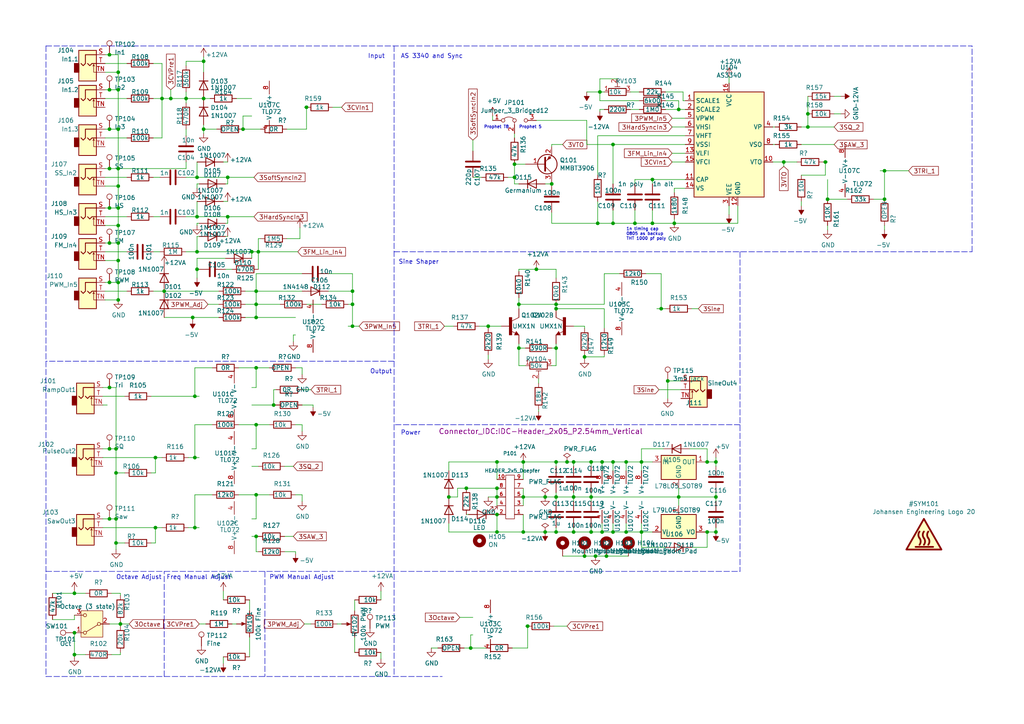
<source format=kicad_sch>
(kicad_sch (version 20231120) (generator "eeschema") (generator_version "8.0")
  (paper "A4")
  (junction (at 57.15 62.865))
  (junction (at 56.515 153.035))
  (junction (at 207.645 133.985))
  (junction (at 31.75 37.465))
  (junction (at 169.545 103.505))
  (junction (at 79.375 117.475))
  (junction (at 161.29 89.535))
  (junction (at 74.93 73.025))
  (junction (at 207.645 154.305))
  (junction (at 256.54 49.53))
  (junction (at 172.72 161.29))
  (junction (at 46.99 28.575))
  (junction (at 166.37 144.145))
  (junction (at 227.33 46.99))
  (junction (at 144.145 144.145))
  (junction (at 256.54 57.785))
  (junction (at 74.295 92.075))
  (junction (at 102.235 88.265))
  (junction (at 66.04 51.435))
  (junction (at 160.02 53.34))
  (junction (at 31.75 60.325))
  (junction (at 31.75 150.495))
  (junction (at 205.105 154.305))
  (junction (at 74.295 123.19))
  (junction (at 130.175 144.145))
  (junction (at 240.03 57.785))
  (junction (at 161.29 154.305))
  (junction (at 34.29 70.485))
  (junction (at 161.29 133.985))
  (junction (at 234.315 36.83))
  (junction (at 158.115 144.145))
  (junction (at 74.295 143.51))
  (junction (at 45.085 132.715))
  (junction (at 164.465 133.985))
  (junction (at 135.255 141.605))
  (junction (at 193.675 110.49))
  (junction (at 150.495 88.265))
  (junction (at 174.625 133.985))
  (junction (at 196.85 144.145))
  (junction (at 171.45 144.145))
  (junction (at 56.515 132.715))
  (junction (at 181.61 154.305))
  (junction (at 158.115 154.305))
  (junction (at 149.225 51.435))
  (junction (at 141.605 94.615))
  (junction (at 144.145 141.605))
  (junction (at 34.29 75.565))
  (junction (at 55.88 92.075))
  (junction (at 34.29 20.955))
  (junction (at 174.625 154.305))
  (junction (at 34.925 180.975))
  (junction (at 66.04 62.865))
  (junction (at 70.485 37.465))
  (junction (at 21.59 183.515))
  (junction (at 74.295 84.455))
  (junction (at 53.975 28.575))
  (junction (at 74.295 88.265))
  (junction (at 151.765 133.985))
  (junction (at 74.295 106.68))
  (junction (at 59.055 37.465))
  (junction (at 196.85 31.75))
  (junction (at 173.355 64.77))
  (junction (at 102.235 84.455))
  (junction (at 33.655 137.16))
  (junction (at 88.9 31.115))
  (junction (at 31.75 130.175))
  (junction (at 186.055 133.985))
  (junction (at 34.29 81.915))
  (junction (at 173.99 26.67))
  (junction (at 175.895 161.29))
  (junction (at 177.8 133.985))
  (junction (at 56.515 114.935))
  (junction (at 57.15 78.105))
  (junction (at 31.75 81.915))
  (junction (at 57.15 73.025))
  (junction (at 74.295 155.575))
  (junction (at 150.495 100.965))
  (junction (at 189.23 52.07))
  (junction (at 171.45 154.305))
  (junction (at 177.8 64.77))
  (junction (at 189.23 64.77))
  (junction (at 166.37 154.305))
  (junction (at 59.055 28.575))
  (junction (at 169.545 161.29))
  (junction (at 31.75 48.895))
  (junction (at 33.655 150.495))
  (junction (at 161.29 144.145))
  (junction (at 34.29 53.975))
  (junction (at 57.15 51.435))
  (junction (at 102.235 94.615))
  (junction (at 31.75 15.875))
  (junction (at 31.75 70.485))
  (junction (at 31.75 26.035))
  (junction (at 186.055 154.305))
  (junction (at 151.765 144.145))
  (junction (at 31.75 112.395))
  (junction (at 21.59 189.865))
  (junction (at 136.525 187.96))
  (junction (at 73.025 73.025))
  (junction (at 205.105 133.985))
  (junction (at 161.29 88.265))
  (junction (at 207.645 144.145))
  (junction (at 34.29 60.325))
  (junction (at 177.8 41.91))
  (junction (at 239.395 46.99))
  (junction (at 59.055 17.78))
  (junction (at 153.035 181.61))
  (junction (at 33.655 130.175))
  (junction (at 144.145 133.985))
  (junction (at 144.145 149.225))
  (junction (at 177.8 154.305))
  (junction (at 161.29 100.965))
  (junction (at 45.085 153.035))
  (junction (at 155.575 78.105))
  (junction (at 195.58 64.77))
  (junction (at 34.29 48.895))
  (junction (at 166.37 133.985))
  (junction (at 149.225 47.625))
  (junction (at 34.29 37.465))
  (junction (at 234.315 33.02))
  (junction (at 47.625 84.455))
  (junction (at 171.45 133.985))
  (junction (at 144.145 154.305))
  (junction (at 33.655 157.48))
  (junction (at 49.53 28.575))
  (junction (at 191.77 89.535))
  (junction (at 34.29 65.405))
  (junction (at 21.59 172.085))
  (junction (at 184.15 64.77))
  (junction (at 151.765 154.305))
  (junction (at 34.29 86.995))
  (junction (at 34.29 26.035))
  (junction (at 181.61 133.985))
  (wire (pts (xy 166.37 153.035) (xy 166.37 154.305)))
  (wire (pts (xy 196.85 29.21) (xy 196.85 31.75)))
  (wire (pts (xy 175.26 89.535) (xy 175.26 95.25)))
  (wire (pts (xy 45.085 153.035) (xy 46.99 153.035)))
  (wire (pts (xy 161.29 78.105) (xy 161.29 80.645)))
  (wire (pts (xy 184.15 64.77) (xy 184.15 60.96)))
  (wire (pts (xy 30.48 51.435) (xy 36.83 51.435)))
  (wire (pts (xy 104.14 94.615) (xy 102.235 94.615)))
  (wire (pts (xy 181.61 133.985) (xy 186.055 133.985)))
  (wire (pts (xy 74.295 106.68) (xy 69.215 106.68)))
  (wire (pts (xy 161.29 135.255) (xy 161.29 133.985)))
  (wire (pts (xy 56.515 123.19) (xy 56.515 132.715)))
  (wire (pts (xy 100.965 88.265) (xy 102.235 88.265)))
  (wire (pts (xy 156.21 111.125) (xy 156.21 109.855)))
  (wire (pts (xy 30.48 40.005) (xy 36.83 40.005)))
  (wire (pts (xy 73.025 112.395) (xy 74.295 112.395)))
  (wire (pts (xy 57.15 78.105) (xy 57.785 78.105)))
  (wire (pts (xy 198.755 44.45) (xy 194.945 44.45)))
  (wire (pts (xy 87.63 145.415) (xy 87.63 143.51)))
  (wire (pts (xy 59.055 37.465) (xy 59.055 38.735)))
  (wire (pts (xy 205.105 158.75) (xy 205.105 154.305)))
  (wire (pts (xy 67.31 78.105) (xy 65.405 78.105)))
  (wire (pts (xy 160.02 53.975) (xy 160.02 53.34)))
  (wire (pts (xy 66.04 62.865) (xy 73.66 62.865)))
  (wire (pts (xy 186.055 154.305) (xy 186.055 151.765)))
  (wire (pts (xy 144.145 133.985) (xy 151.765 133.985)))
  (wire (pts (xy 184.15 52.07) (xy 184.15 53.34)))
  (wire (pts (xy 144.145 133.985) (xy 130.175 133.985)))
  (wire (pts (xy 173.99 26.67) (xy 175.26 26.67)))
  (wire (pts (xy 224.155 41.91) (xy 224.79 41.91)))
  (wire (pts (xy 161.29 89.535) (xy 175.26 89.535)))
  (wire (pts (xy 193.04 31.75) (xy 196.85 31.75)))
  (wire (pts (xy 34.29 53.975) (xy 34.29 60.325)))
  (wire (pts (xy 158.115 144.145) (xy 161.29 144.145)))
  (wire (pts (xy 65.405 74.93) (xy 57.15 74.93)))
  (wire (pts (xy 195.58 63.5) (xy 195.58 64.77)))
  (wire (pts (xy 207.645 145.415) (xy 207.645 144.145)))
  (wire (pts (xy 44.45 51.435) (xy 46.355 51.435)))
  (wire (pts (xy 34.29 75.565) (xy 34.29 81.915)))
  (polyline (pts (xy 114.3 73.025) (xy 281.94 73.025)) (stroke (width 0) (type dash)))
  (wire (pts (xy 189.23 64.77) (xy 184.15 64.77)))
  (wire (pts (xy 175.26 79.375) (xy 175.26 88.265)))
  (wire (pts (xy 166.37 135.255) (xy 166.37 133.985)))
  (wire (pts (xy 34.29 48.895) (xy 34.29 53.975)))
  (wire (pts (xy 243.84 27.94) (xy 241.935 27.94)))
  (wire (pts (xy 198.12 26.67) (xy 193.04 26.67)))
  (wire (pts (xy 64.77 46.99) (xy 66.04 46.99)))
  (wire (pts (xy 161.29 88.265) (xy 175.26 88.265)))
  (polyline (pts (xy 214.63 73.025) (xy 214.63 165.735)) (stroke (width 0) (type dash)))
  (wire (pts (xy 227.33 48.26) (xy 227.33 46.99)))
  (wire (pts (xy 186.055 136.525) (xy 186.055 133.985)))
  (wire (pts (xy 34.29 60.325) (xy 31.75 60.325)))
  (wire (pts (xy 33.655 112.395) (xy 33.655 130.175)))
  (wire (pts (xy 86.995 66.04) (xy 86.995 69.215)))
  (wire (pts (xy 65.405 53.34) (xy 66.04 53.34)))
  (wire (pts (xy 198.755 39.37) (xy 173.355 39.37)))
  (wire (pts (xy 149.225 53.34) (xy 149.225 51.435)))
  (wire (pts (xy 150.495 86.36) (xy 150.495 88.265)))
  (wire (pts (xy 87.63 106.68) (xy 85.725 106.68)))
  (wire (pts (xy 197.485 113.03) (xy 191.135 113.03)))
  (wire (pts (xy 151.765 144.145) (xy 151.765 141.605)))
  (wire (pts (xy 213.995 59.69) (xy 213.995 64.77)))
  (wire (pts (xy 87.63 108.585) (xy 87.63 106.68)))
  (wire (pts (xy 160.655 181.61) (xy 164.465 181.61)))
  (wire (pts (xy 85.09 99.06) (xy 85.09 97.155)))
  (wire (pts (xy 74.295 155.575) (xy 74.93 155.575)))
  (wire (pts (xy 46.99 18.415) (xy 44.45 18.415)))
  (wire (pts (xy 59.055 36.195) (xy 59.055 37.465)))
  (wire (pts (xy 74.295 143.51) (xy 69.215 143.51)))
  (wire (pts (xy 31.75 150.495) (xy 29.845 150.495)))
  (wire (pts (xy 55.88 92.075) (xy 63.5 92.075)))
  (wire (pts (xy 182.88 31.75) (xy 185.42 31.75)))
  (wire (pts (xy 31.75 81.915) (xy 34.29 81.915)))
  (wire (pts (xy 15.24 179.705) (xy 21.59 179.705)))
  (wire (pts (xy 166.37 144.145) (xy 166.37 142.875)))
  (wire (pts (xy 21.59 172.085) (xy 21.59 171.45)))
  (wire (pts (xy 30.48 62.865) (xy 36.83 62.865)))
  (wire (pts (xy 44.45 84.455) (xy 47.625 84.455)))
  (wire (pts (xy 74.295 88.265) (xy 74.295 92.075)))
  (wire (pts (xy 169.545 103.505) (xy 169.545 102.87)))
  (wire (pts (xy 36.195 157.48) (xy 33.655 157.48)))
  (wire (pts (xy 171.45 133.985) (xy 174.625 133.985)))
  (wire (pts (xy 57.15 73.025) (xy 73.025 73.025)))
  (wire (pts (xy 64.77 58.42) (xy 66.04 58.42)))
  (wire (pts (xy 57.785 180.975) (xy 59.69 180.975)))
  (wire (pts (xy 46.99 28.575) (xy 49.53 28.575)))
  (wire (pts (xy 174.625 154.305) (xy 174.625 151.765)))
  (wire (pts (xy 141.605 95.25) (xy 141.605 94.615)))
  (wire (pts (xy 31.75 130.175) (xy 29.845 130.175)))
  (wire (pts (xy 196.85 144.145) (xy 196.85 146.685)))
  (wire (pts (xy 194.945 34.29) (xy 198.755 34.29)))
  (wire (pts (xy 191.77 89.535) (xy 191.77 79.375)))
  (wire (pts (xy 21.59 190.5) (xy 21.59 189.865)))
  (wire (pts (xy 189.23 154.305) (xy 186.055 154.305)))
  (wire (pts (xy 160.02 53.34) (xy 160.02 52.705)))
  (wire (pts (xy 70.485 37.465) (xy 75.565 37.465)))
  (wire (pts (xy 21.59 189.865) (xy 24.765 189.865)))
  (wire (pts (xy 54.61 153.035) (xy 56.515 153.035)))
  (wire (pts (xy 30.48 20.955) (xy 34.29 20.955)))
  (wire (pts (xy 31.75 15.875) (xy 30.48 15.875)))
  (wire (pts (xy 57.15 53.34) (xy 57.785 53.34)))
  (wire (pts (xy 57.15 68.58) (xy 57.15 73.025)))
  (wire (pts (xy 87.63 123.19) (xy 85.725 123.19)))
  (wire (pts (xy 173.99 29.21) (xy 173.99 26.67)))
  (wire (pts (xy 171.45 145.415) (xy 171.45 144.145)))
  (wire (pts (xy 239.395 46.99) (xy 240.03 46.99)))
  (wire (pts (xy 135.255 149.225) (xy 135.89 149.225)))
  (wire (pts (xy 150.495 99.695) (xy 150.495 100.965)))
  (wire (pts (xy 193.04 158.75) (xy 186.055 158.75)))
  (wire (pts (xy 64.77 190.5) (xy 64.77 192.405)))
  (wire (pts (xy 66.04 64.77) (xy 66.04 62.865)))
  (wire (pts (xy 189.23 52.07) (xy 184.15 52.07)))
  (wire (pts (xy 144.145 149.225) (xy 144.145 154.305)))
  (wire (pts (xy 256.54 66.675) (xy 256.54 65.405)))
  (wire (pts (xy 53.975 37.465) (xy 53.975 39.37)))
  (wire (pts (xy 211.455 59.69) (xy 211.455 62.23)))
  (wire (pts (xy 66.04 51.435) (xy 73.66 51.435)))
  (wire (pts (xy 70.485 33.655) (xy 73.025 33.655)))
  (wire (pts (xy 74.295 106.68) (xy 74.295 112.395)))
  (wire (pts (xy 161.29 133.985) (xy 164.465 133.985)))
  (wire (pts (xy 205.105 130.175) (xy 200.025 130.175)))
  (wire (pts (xy 197.485 110.49) (xy 193.675 110.49)))
  (wire (pts (xy 85.725 160.655) (xy 85.725 160.02)))
  (wire (pts (xy 31.75 60.325) (xy 30.48 60.325)))
  (wire (pts (xy 173.99 31.75) (xy 175.26 31.75)))
  (wire (pts (xy 47.625 92.075) (xy 55.88 92.075)))
  (wire (pts (xy 29.845 132.715) (xy 45.085 132.715)))
  (wire (pts (xy 45.085 132.715) (xy 46.99 132.715)))
  (polyline (pts (xy 47.625 196.215) (xy 47.625 165.735)) (stroke (width 0) (type dash)))
  (wire (pts (xy 34.925 180.975) (xy 37.465 180.975)))
  (wire (pts (xy 72.39 184.785) (xy 72.39 190.5)))
  (wire (pts (xy 53.975 17.78) (xy 59.055 17.78)))
  (wire (pts (xy 74.295 143.51) (xy 74.295 150.495)))
  (wire (pts (xy 173.99 22.86) (xy 173.99 26.67)))
  (wire (pts (xy 102.87 173.99) (xy 102.87 177.165)))
  (wire (pts (xy 74.295 123.19) (xy 69.215 123.19)))
  (wire (pts (xy 31.75 112.395) (xy 29.845 112.395)))
  (wire (pts (xy 149.225 51.435) (xy 149.225 47.625)))
  (wire (pts (xy 95.25 79.375) (xy 102.235 79.375)))
  (wire (pts (xy 87.63 79.375) (xy 74.295 79.375)))
  (wire (pts (xy 204.47 154.305) (xy 205.105 154.305)))
  (wire (pts (xy 34.925 181.61) (xy 34.925 180.975)))
  (wire (pts (xy 57.15 80.645) (xy 57.15 78.105)))
  (wire (pts (xy 57.15 65.405) (xy 57.15 64.77)))
  (wire (pts (xy 33.655 130.175) (xy 31.75 130.175)))
  (wire (pts (xy 132.715 144.145) (xy 130.175 144.145)))
  (wire (pts (xy 90.805 117.475) (xy 87.63 117.475)))
  (wire (pts (xy 44.45 28.575) (xy 46.99 28.575)))
  (wire (pts (xy 189.23 133.985) (xy 186.055 133.985)))
  (wire (pts (xy 175.26 102.87) (xy 175.26 103.505)))
  (wire (pts (xy 15.24 172.085) (xy 21.59 172.085)))
  (wire (pts (xy 56.515 153.035) (xy 57.785 153.035)))
  (wire (pts (xy 150.495 100.965) (xy 150.495 106.045)))
  (wire (pts (xy 43.815 157.48) (xy 45.085 157.48)))
  (wire (pts (xy 36.195 137.16) (xy 33.655 137.16)))
  (wire (pts (xy 53.975 28.575) (xy 59.055 28.575)))
  (wire (pts (xy 151.765 144.145) (xy 158.115 144.145)))
  (wire (pts (xy 144.145 146.685) (xy 144.145 144.145)))
  (wire (pts (xy 61.595 143.51) (xy 56.515 143.51)))
  (wire (pts (xy 135.255 141.605) (xy 132.715 141.605)))
  (polyline (pts (xy 13.335 13.335) (xy 281.94 13.335)) (stroke (width 0) (type dash)))
  (wire (pts (xy 169.545 104.14) (xy 169.545 103.505)))
  (wire (pts (xy 88.9 31.115) (xy 88.265 31.115)))
  (wire (pts (xy 64.77 171.45) (xy 64.77 173.99)))
  (wire (pts (xy 74.295 106.68) (xy 78.105 106.68)))
  (wire (pts (xy 80.01 117.475) (xy 79.375 117.475)))
  (wire (pts (xy 174.625 154.305) (xy 177.8 154.305)))
  (wire (pts (xy 82.55 135.255) (xy 85.09 135.255)))
  (wire (pts (xy 171.45 153.035) (xy 171.45 154.305)))
  (wire (pts (xy 73.025 150.495) (xy 74.295 150.495)))
  (wire (pts (xy 60.325 88.265) (xy 63.5 88.265)))
  (wire (pts (xy 256.54 49.53) (xy 255.27 49.53)))
  (wire (pts (xy 73.025 135.255) (xy 74.93 135.255)))
  (wire (pts (xy 151.765 154.305) (xy 144.145 154.305)))
  (wire (pts (xy 243.84 33.02) (xy 241.935 33.02)))
  (wire (pts (xy 150.495 88.265) (xy 150.495 89.535)))
  (wire (pts (xy 33.655 157.48) (xy 33.655 159.385)))
  (wire (pts (xy 66.04 53.34) (xy 66.04 51.435)))
  (wire (pts (xy 155.575 78.105) (xy 161.29 78.105)))
  (wire (pts (xy 171.45 135.255) (xy 171.45 133.985)))
  (wire (pts (xy 71.12 84.455) (xy 74.295 84.455)))
  (wire (pts (xy 152.4 47.625) (xy 149.225 47.625)))
  (wire (pts (xy 31.75 48.895) (xy 34.29 48.895)))
  (wire (pts (xy 240.03 65.405) (xy 240.03 66.675)))
  (wire (pts (xy 73.025 155.575) (xy 74.295 155.575)))
  (wire (pts (xy 161.29 145.415) (xy 161.29 144.145)))
  (wire (pts (xy 177.8 60.96) (xy 177.8 64.77)))
  (wire (pts (xy 155.575 34.925) (xy 170.18 34.925)))
  (wire (pts (xy 30.48 37.465) (xy 31.75 37.465)))
  (wire (pts (xy 57.15 74.93) (xy 57.15 78.105)))
  (wire (pts (xy 160.02 64.77) (xy 160.02 61.595)))
  (wire (pts (xy 232.41 59.69) (xy 232.41 58.42)))
  (wire (pts (xy 68.58 28.575) (xy 73.025 28.575)))
  (wire (pts (xy 31.75 26.035) (xy 30.48 26.035)))
  (wire (pts (xy 125.095 187.96) (xy 127 187.96)))
  (wire (pts (xy 132.715 141.605) (xy 132.715 144.145)))
  (wire (pts (xy 181.61 151.765) (xy 181.61 154.305)))
  (wire (pts (xy 102.235 79.375) (xy 102.235 84.455)))
  (wire (pts (xy 34.29 70.485) (xy 34.29 65.405)))
  (wire (pts (xy 130.175 133.985) (xy 130.175 136.525)))
  (wire (pts (xy 169.545 95.25) (xy 169.545 94.615)))
  (wire (pts (xy 189.23 60.96) (xy 189.23 64.77)))
  (wire (pts (xy 74.93 160.02) (xy 74.295 160.02)))
  (wire (pts (xy 74.295 123.19) (xy 74.295 130.175)))
  (wire (pts (xy 74.93 73.025) (xy 86.36 73.025)))
  (wire (pts (xy 130.175 151.765) (xy 130.175 154.305)))
  (wire (pts (xy 110.49 171.45) (xy 110.49 173.99)))
  (wire (pts (xy 171.45 144.145) (xy 196.85 144.145)))
  (wire (pts (xy 150.495 78.105) (xy 155.575 78.105)))
  (wire (pts (xy 57.15 46.99) (xy 57.15 51.435)))
  (wire (pts (xy 29.845 153.035) (xy 45.085 153.035)))
  (wire (pts (xy 57.15 54.61) (xy 57.15 53.34)))
  (wire (pts (xy 21.59 183.515) (xy 21.59 189.865)))
  (wire (pts (xy 33.655 137.16) (xy 33.655 150.495)))
  (wire (pts (xy 227.33 46.99) (xy 231.14 46.99)))
  (wire (pts (xy 88.265 180.975) (xy 90.17 180.975)))
  (wire (pts (xy 177.8 154.305) (xy 181.61 154.305)))
  (wire (pts (xy 74.295 92.075) (xy 71.12 92.075)))
  (wire (pts (xy 175.26 79.375) (xy 179.705 79.375)))
  (wire (pts (xy 79.375 117.475) (xy 79.375 113.03)))
  (wire (pts (xy 34.29 81.915) (xy 34.29 86.995)))
  (wire (pts (xy 24.765 172.085) (xy 21.59 172.085)))
  (wire (pts (xy 184.15 64.77) (xy 177.8 64.77)))
  (wire (pts (xy 79.375 117.475) (xy 73.025 117.475)))
  (wire (pts (xy 195.58 64.77) (xy 189.23 64.77)))
  (wire (pts (xy 193.675 110.49) (xy 193.675 115.57)))
  (wire (pts (xy 61.595 106.68) (xy 56.515 106.68)))
  (wire (pts (xy 207.645 133.985) (xy 205.105 133.985)))
  (wire (pts (xy 166.37 145.415) (xy 166.37 144.145)))
  (wire (pts (xy 30.48 73.025) (xy 36.83 73.025)))
  (wire (pts (xy 207.645 154.305) (xy 207.645 153.035)))
  (polyline (pts (xy 76.835 165.735) (xy 76.835 196.215)) (stroke (width 0) (type dash)))
  (wire (pts (xy 34.29 15.875) (xy 34.29 20.955)))
  (wire (pts (xy 175.26 103.505) (xy 169.545 103.505)))
  (wire (pts (xy 256.54 49.53) (xy 263.525 49.53)))
  (wire (pts (xy 54.61 132.715) (xy 56.515 132.715)))
  (wire (pts (xy 161.29 144.145) (xy 166.37 144.145)))
  (wire (pts (xy 74.295 123.19) (xy 78.105 123.19)))
  (wire (pts (xy 88.9 88.265) (xy 93.345 88.265)))
  (wire (pts (xy 82.55 155.575) (xy 85.09 155.575)))
  (wire (pts (xy 102.235 84.455) (xy 102.235 88.265)))
  (wire (pts (xy 90.805 118.11) (xy 90.805 117.475)))
  (wire (pts (xy 151.765 149.225) (xy 151.765 154.305)))
  (wire (pts (xy 30.48 53.975) (xy 34.29 53.975)))
  (wire (pts (xy 30.48 81.915) (xy 31.75 81.915)))
  (wire (pts (xy 21.59 179.705) (xy 21.59 178.435)))
  (wire (pts (xy 74.295 84.455) (xy 74.295 88.265)))
  (wire (pts (xy 177.8 53.34) (xy 177.8 41.91)))
  (wire (pts (xy 166.37 154.305) (xy 171.45 154.305)))
  (wire (pts (xy 30.48 18.415) (xy 36.83 18.415)))
  (wire (pts (xy 31.75 70.485) (xy 30.48 70.485)))
  (wire (pts (xy 71.12 88.265) (xy 74.295 88.265)))
  (wire (pts (xy 171.45 154.305) (xy 174.625 154.305)))
  (polyline (pts (xy 13.335 165.735) (xy 214.63 165.735)) (stroke (width 0) (type dash)))
  (wire (pts (xy 144.145 144.145) (xy 141.605 144.145)))
  (wire (pts (xy 161.29 153.035) (xy 161.29 154.305)))
  (wire (pts (xy 205.105 154.305) (xy 207.645 154.305)))
  (wire (pts (xy 144.145 144.145) (xy 144.145 141.605)))
  (wire (pts (xy 56.515 114.935) (xy 57.785 114.935)))
  (wire (pts (xy 87.63 143.51) (xy 85.725 143.51)))
  (wire (pts (xy 46.99 28.575) (xy 46.99 18.415)))
  (wire (pts (xy 207.645 144.145) (xy 196.85 144.145)))
  (wire (pts (xy 177.8 151.765) (xy 177.8 154.305)))
  (wire (pts (xy 196.85 144.145) (xy 196.85 141.605)))
  (wire (pts (xy 196.85 31.75) (xy 198.755 31.75)))
  (wire (pts (xy 193.04 29.21) (xy 196.85 29.21)))
  (wire (pts (xy 81.28 88.265) (xy 74.295 88.265)))
  (wire (pts (xy 83.185 37.465) (xy 88.9 37.465)))
  (wire (pts (xy 34.925 172.72) (xy 34.925 172.085)))
  (wire (pts (xy 61.595 123.19) (xy 56.515 123.19)))
  (wire (pts (xy 33.655 112.395) (xy 31.75 112.395)))
  (wire (pts (xy 142.875 34.925) (xy 142.875 33.655)))
  (wire (pts (xy 57.15 58.42) (xy 57.15 62.865)))
  (wire (pts (xy 144.145 139.065) (xy 144.145 133.985)))
  (wire (pts (xy 55.88 92.71) (xy 55.88 92.075)))
  (wire (pts (xy 151.765 146.685) (xy 151.765 144.145)))
  (wire (pts (xy 232.41 36.83) (xy 234.315 36.83)))
  (wire (pts (xy 207.645 132.715) (xy 207.645 133.985)))
  (wire (pts (xy 192.405 130.175) (xy 186.055 130.175)))
  (wire (pts (xy 200.66 158.75) (xy 205.105 158.75)))
  (wire (pts (xy 31.75 180.975) (xy 34.925 180.975)))
  (wire (pts (xy 73.025 74.93) (xy 73.025 73.025)))
  (wire (pts (xy 43.815 137.16) (xy 45.085 137.16)))
  (wire (pts (xy 65.405 64.77) (xy 66.04 64.77)))
  (wire (pts (xy 150.495 53.34) (xy 149.225 53.34)))
  (wire (pts (xy 198.755 54.61) (xy 195.58 54.61)))
  (wire (pts (xy 95.25 84.455) (xy 102.235 84.455)))
  (wire (pts (xy 57.15 62.865) (xy 66.04 62.865)))
  (wire (pts (xy 49.53 26.035) (xy 49.53 28.575)))
  (wire (pts (xy 74.295 160.02) (xy 74.295 155.575)))
  (wire (pts (xy 147.32 51.435) (xy 149.225 51.435)))
  (wire (pts (xy 163.195 41.91) (xy 160.02 41.91)))
  (wire (pts (xy 53.975 29.845) (xy 53.975 28.575)))
  (wire (pts (xy 234.315 33.02) (xy 234.315 36.83)))
  (wire (pts (xy 43.815 114.935) (xy 56.515 114.935)))
  (wire (pts (xy 224.155 36.83) (xy 224.79 36.83)))
  (wire (pts (xy 65.405 68.58) (xy 66.04 68.58)))
  (wire (pts (xy 158.115 154.305) (xy 161.29 154.305)))
  (wire (pts (xy 191.77 79.375) (xy 187.325 79.375)))
  (wire (pts (xy 151.765 133.985) (xy 161.29 133.985)))
  (wire (pts (xy 186.055 158.75) (xy 186.055 154.305)))
  (wire (pts (xy 128.905 94.615) (xy 131.445 94.615)))
  (wire (pts (xy 152.4 100.965) (xy 150.495 100.965)))
  (wire (pts (xy 30.48 86.995) (xy 34.29 86.995)))
  (wire (pts (xy 232.41 41.91) (xy 241.935 41.91)))
  (wire (pts (xy 172.72 161.29) (xy 169.545 161.29)))
  (wire (pts (xy 153.035 181.61) (xy 152.4 181.61)))
  (wire (pts (xy 87.63 84.455) (xy 74.295 84.455)))
  (wire (pts (xy 170.18 26.67) (xy 173.99 26.67)))
  (wire (pts (xy 160.02 42.545) (xy 160.02 41.91)))
  (wire (pts (xy 177.8 133.985) (xy 181.61 133.985)))
  (wire (pts (xy 234.315 27.94) (xy 234.315 33.02)))
  (wire (pts (xy 161.29 88.265) (xy 161.29 89.535)))
  (wire (pts (xy 56.515 143.51) (xy 56.515 153.035)))
  (wire (pts (xy 34.29 26.035) (xy 34.29 37.465)))
  (wire (pts (xy 53.975 73.025) (xy 57.15 73.025)))
  (wire (pts (xy 164.465 133.985) (xy 166.37 133.985)))
  (wire (pts (xy 34.29 70.485) (xy 31.75 70.485)))
  (wire (pts (xy 186.055 130.175) (xy 186.055 133.985)))
  (wire (pts (xy 30.48 75.565) (xy 34.29 75.565)))
  (wire (pts (xy 30.48 28.575) (xy 36.83 28.575)))
  (wire (pts (xy 62.865 37.465) (xy 59.055 37.465)))
  (wire (pts (xy 31.115 117.475) (xy 29.845 117.475)))
  (wire (pts (xy 144.145 141.605) (xy 135.255 141.605)))
  (wire (pts (xy 141.605 94.615) (xy 139.065 94.615)))
  (wire (pts (xy 46.99 40.005) (xy 46.99 28.575)))
  (wire (pts (xy 74.93 69.215) (xy 75.565 69.215)))
  (wire (pts (xy 136.525 187.96) (xy 140.97 187.96)))
  (wire (pts (xy 134.62 187.96) (xy 136.525 187.96)))
  (wire (pts (xy 153.035 187.96) (xy 153.035 181.61)))
  (wire (pts (xy 173.99 31.75) (xy 173.99 32.385)))
  (wire (pts (xy 45.085 157.48) (xy 45.085 153.035)))
  (wire (pts (xy 232.41 50.8) (xy 239.395 50.8)))
  (wire (pts (xy 34.29 20.955) (xy 34.29 26.035)))
  (wire (pts (xy 133.35 179.07) (xy 137.16 179.07)))
  (wire (pts (xy 200.66 89.535) (xy 202.565 89.535)))
  (wire (pts (xy 170.18 41.91) (xy 177.8 41.91)))
  (wire (pts (xy 34.29 15.875) (xy 31.75 15.875)))
  (wire (pts (xy 88.9 37.465) (xy 88.9 31.115)))
  (wire (pts (xy 173.355 64.77) (xy 160.02 64.77)))
  (polyline (pts (xy 114.3 13.335) (xy 114.3 196.215)) (stroke (width 0) (type dash)))
  (wire (pts (xy 29.845 114.935) (xy 36.195 114.935)))
  (wire (pts (xy 181.61 136.525) (xy 181.61 133.985)))
  (wire (pts (xy 83.185 69.215) (xy 86.995 69.215)))
  (wire (pts (xy 30.48 84.455) (xy 36.83 84.455)))
  (wire (pts (xy 59.055 20.955) (xy 59.055 17.78)))
  (wire (pts (xy 57.15 64.77) (xy 57.785 64.77)))
  (wire (pts (xy 34.925 180.975) (xy 34.925 180.34)))
  (wire (pts (xy 148.59 187.96) (xy 153.035 187.96)))
  (wire (pts (xy 33.655 150.495) (xy 31.75 150.495)))
  (wire (pts (xy 179.07 22.86) (xy 173.99 22.86)))
  (wire (pts (xy 73.025 130.175) (xy 74.295 130.175)))
  (wire (pts (xy 181.61 154.305) (xy 186.055 154.305)))
  (wire (pts (xy 53.975 19.05) (xy 53.975 17.78)))
  (polyline (pts (xy 13.335 13.335) (xy 13.335 196.215)) (stroke (width 0) (type dash)))
  (wire (pts (xy 161.29 100.965) (xy 161.29 99.695)))
  (wire (pts (xy 190.5 89.535) (xy 191.77 89.535)))
  (wire (pts (xy 53.975 51.435) (xy 57.15 51.435)))
  (wire (pts (xy 34.925 172.085) (xy 32.385 172.085)))
  (wire (pts (xy 53.975 48.895) (xy 34.29 48.895)))
  (wire (pts (xy 224.155 46.99) (xy 227.33 46.99)))
  (wire (pts (xy 45.085 137.16) (xy 45.085 132.715)))
  (wire (pts (xy 189.23 52.07) (xy 189.23 53.34)))
  (wire (pts (xy 156.21 119.38) (xy 156.21 118.745)))
  (wire (pts (xy 79.375 113.03) (xy 80.01 113.03)))
  (wire (pts (xy 30.48 65.405) (xy 34.29 65.405)))
  (wire (pts (xy 205.105 133.985) (xy 204.47 133.985)))
  (wire (pts (xy 44.45 73.025) (xy 46.355 73.025)))
  (wire (pts (xy 234.315 36.83) (xy 241.935 36.83)))
  (wire (pts (xy 87.63 125.095) (xy 87.63 123.19)))
  (wire (pts (xy 30.48 48.895) (xy 31.75 48.895)))
  (wire (pts (xy 141.605 94.615) (xy 145.415 94.615)))
  (wire (pts (xy 169.545 94.615) (xy 166.37 94.615)))
  (wire (pts (xy 195.58 54.61) (xy 195.58 55.88)))
  (polyline (pts (xy 114.3 104.775) (xy 13.335 104.775)) (stroke (width 0) (type dash)))
  (wire (pts (xy 57.15 51.435) (xy 66.04 51.435)))
  (wire (pts (xy 150.495 106.045) (xy 152.4 106.045)))
  (wire (pts (xy 74.93 78.105) (xy 74.93 73.025)))
  (wire (pts (xy 31.75 37.465) (xy 34.29 37.465)))
  (wire (pts (xy 253.365 57.785) (xy 256.54 57.785)))
  (polyline (pts (xy 214.63 123.19) (xy 114.3 123.19)) (stroke (width 0) (type dash)))
  (wire (pts (xy 67.31 180.975) (xy 68.58 180.975)))
  (wire (pts (xy 56.515 106.68) (xy 56.515 114.935)))
  (wire (pts (xy 182.245 161.29) (xy 175.895 161.29)))
  (wire (pts (xy 198.755 36.83) (xy 194.945 36.83)))
  (wire (pts (xy 169.545 161.29) (xy 163.195 161.29)))
  (wire (pts (xy 211.455 24.13) (xy 211.455 22.225)))
  (wire (pts (xy 166.37 133.985) (xy 171.45 133.985)))
  (wire (pts (xy 74.295 143.51) (xy 78.105 143.51)))
  (wire (pts (xy 195.58 64.77) (xy 213.995 64.77)))
  (wire (pts (xy 137.16 184.15) (xy 136.525 184.15)))
  (wire (pts (xy 74.93 69.215) (xy 74.93 73.025)))
  (wire (pts (xy 144.145 149.225) (xy 143.51 149.225)))
  (wire (pts (xy 166.37 144.145) (xy 171.45 144.145)))
  (wire (pts (xy 160.02 53.34) (xy 158.115 53.34)))
  (wire (pts (xy 151.765 139.065) (xy 151.765 133.985)))
  (wire (pts (xy 161.29 144.145) (xy 161.29 142.875)))
  (wire (pts (xy 102.235 94.615) (xy 100.965 94.615)))
  (wire (pts (xy 151.765 154.305) (xy 158.115 154.305)))
  (wire (pts (xy 174.625 133.985) (xy 177.8 133.985)))
  (wire (pts (xy 33.655 150.495) (xy 33.655 157.48)))
  (wire (pts (xy 198.755 29.21) (xy 198.12 29.21)))
  (wire (pts (xy 150.495 88.265) (xy 161.29 88.265)))
  (wire (pts (xy 150.495 78.105) (xy 150.495 78.74)))
  (wire (pts (xy 34.29 26.035) (xy 31.75 26.035)))
  (wire (pts (xy 161.29 154.305) (xy 166.37 154.305)))
  (wire (pts (xy 173.355 64.77) (xy 177.8 64.77)))
  (wire (pts (xy 44.45 62.865) (xy 46.355 62.865)))
  (wire (pts (xy 130.175 154.305) (xy 144.145 154.305)))
  (wire (pts (xy 102.87 184.785) (xy 102.87 189.23)))
  (wire (pts (xy 207.645 135.255) (xy 207.645 133.985)))
  (wire (pts (xy 194.945 46.99) (xy 198.755 46.99)))
  (wire (pts (xy 85.09 97.155) (xy 85.725 97.155)))
  (wire (pts (xy 174.625 133.985) (xy 174.625 136.525)))
  (wire (pts (xy 53.975 62.865) (xy 57.15 62.865)))
  (wire (pts (xy 56.515 132.715) (xy 57.785 132.715)))
  (wire (pts (xy 34.29 65.405) (xy 34.29 60.325)))
  (wire (pts (xy 85.725 160.02) (xy 82.55 160.02)))
  (wire (pts (xy 87.63 113.03) (xy 90.17 113.03)))
  (wire (pts (xy 240.03 57.785) (xy 245.745 57.785)))
  (wire (pts (xy 47.625 84.455) (xy 63.5 84.455)))
  (wire (pts (xy 137.16 51.435) (xy 139.7 51.435)))
  (wire (pts (xy 239.395 50.8) (xy 239.395 46.99)))
  (wire (pts (xy 59.055 17.78) (xy 59.055 16.51)))
  (wire (pts (xy 34.925 189.865) (xy 34.925 189.23)))
  (wire (pts (xy 74.295 79.375) (xy 74.295 84.455)))
  (wire (pts (xy 34.29 37.465) (xy 34.29 48.895)))
  (wire (pts (xy 160.02 106.045) (xy 161.29 106.045)))
  (wire (pts (xy 44.45 40.005) (xy 46.99 40.005)))
  (wire (pts (xy 32.385 189.865) (xy 34.925 189.865)))
  (wire (pts (xy 238.76 46.99) (xy 239.395 46.99)))
  (wire (pts (xy 256.54 57.785) (xy 256.54 49.53)))
  (wire (pts (xy 137.16 40.64) (xy 137.16 43.815)))
  (wire (pts (xy 141.605 104.14) (xy 141.605 102.87)))
  (wire (pts (xy 33.655 130.175) (xy 33.655 137.16)))
  (wire (pts (xy 53.975 26.67) (xy 53.975 28.575)))
  (wire (pts (xy 173.355 39.37) (xy 173.355 50.8)))
  (wire (pts (xy 240.03 52.07) (xy 240.03 57.785)))
  (wire (pts (xy 172.72 161.29) (xy 175.895 161.29)))
  (wire (pts (xy 160.02 100.965) (xy 161.29 100.965)))
  (polyline (pts (xy 13.335 196.215) (xy 128.27 196.215)) (stroke (width 0) (type dash)))
  (wire (pts (xy 70.485 37.465) (xy 70.485 33.655)))
  (wire (pts (xy 198.12 29.21) (xy 198.12 26.67)))
  (wire (pts (xy 173.355 58.42) (xy 173.355 64.77)))
  (wire (pts (xy 49.53 28.575) (xy 53.975 28.575)))
  (wire (pts (xy 205.105 133.985) (xy 205.105 130.175)))
  (wire (pts (xy 73.025 73.025) (xy 74.93 73.025)))
  (wire (pts (xy 53.975 46.99) (xy 53.975 48.895)))
  (wire (pts (xy 97.79 180.975) (xy 99.06 180.975)))
  (wire (pts (xy 185.42 26.67) (xy 182.88 26.67)))
  (wire (pts (xy 177.8 41.91) (xy 198.755 41.91)))
  (polyline (pts (xy 281.94 73.025) (xy 281.94 13.335)) (stroke (width 0) (type dash)))
  (wire (pts (xy 193.04 89.535) (xy 191.77 89.535)))
  (wire (pts (xy 99.06 31.115) (xy 96.52 31.115)))
  (wire (pts (xy 72.39 173.99) (xy 72.39 177.165)))
  (wire (pts (xy 110.49 189.23) (xy 110.49 191.135)))
  (wire (pts (xy 177.8 136.525) (xy 177.8 133.985)))
  (wire (pts (xy 171.45 142.875) (xy 171.45 144.145)))
  (wire (pts (xy 207.645 144.145) (xy 207.645 142.875)))
  (wire (pts (xy 149.225 40.005) (xy 149.225 38.735)))
  (wire (pts (xy 136.525 184.15) (xy 136.525 187.96)))
  (wire (pts (xy 60.96 28.575) (xy 59.055 28.575)))
  (wire (pts (xy 170.18 34.925) (xy 170.18 41.91)))
  (wire (pts (xy 57.15 68.58) (xy 57.785 68.58)))
  (wire (pts (xy 198.755 52.07) (xy 189.23 52.07)))
  (wire (pts (xy 85.725 92.075) (xy 74.295 92.075)))
  (wire (pts (xy 102.235 88.265) (xy 102.235 94.615)))
  (wire (pts (xy 161.29 106.045) (xy 161.29 100.965)))
  (wire (pts (xy 185.42 29.21) (xy 173.99 29.21)))
  (wire (pts (xy 34.29 75.565) (xy 34.29 70.485)))
  (text "Prophet 5" (at 150.495 37.465 0) (effects (font (size 0.8636 0.8636)) (justify left bottom)))
  (text "1n timing cap\n0805 as backup\nTHT 1000 pf poly" (at 181.61 69.85 0) (effects (font (size 0.8636 0.8636)) (justify left bottom)))
  (text "Power" (at 116.205 126.365 0) (effects (font (size 1.27 1.27)) (justify left bottom)))
  (text "Freq Manual Adjust" (at 48.26 168.275 0) (effects (font (size 1.27 1.27)) (justify left bottom)))
  (text "Prophet T8" (at 140.335 37.465 0) (effects (font (size 0.8636 0.8636)) (justify left bottom)))
  (text "Output " (at 107.315 108.585 0) (effects (font (size 1.27 1.27)) (justify left bottom)))
  (text "Input " (at 106.68 17.145 0) (effects (font (size 1.27 1.27)) (justify left bottom)))
  (text "Octave Adjust" (at 33.655 168.275 0) (effects (font (size 1.27 1.27)) (justify left bottom)))
  (text "AS 3340 and Sync" (at 116.205 17.145 0) (effects (font (size 1.27 1.27)) (justify left bottom)))
  (text "PWM Manual Adjust" (at 78.105 168.275 0) (effects (font (size 1.27 1.27)) (justify left bottom)))
  (text "Sine Shaper" (at 115.57 76.835 0) (effects (font (size 1.27 1.27)) (justify left bottom)))
  (global_label "3HardSyncIn3" (shape input) (at 73.66 62.865 0) (property "Intersheetrefs" "${INTERSHEET_REFS}" (effects (hide yes))))
  (global_label "3FM_Lin_In4" (shape input) (at 194.945 44.45 180) (property "Intersheetrefs" "${INTERSHEET_REFS}" (effects (hide yes))))
  (global_label "3PWM_In5" (shape input) (at 194.945 34.29 180) (property "Intersheetrefs" "${INTERSHEET_REFS}" (effects (hide yes))))
  (global_label "3Sine" (shape input) (at 202.565 89.535 0) (effects (font (size 1.1938 1.1938))) (property "Intersheetrefs" "${INTERSHEET_REFS}" (effects (hide yes))))
  (global_label "3VTO" (shape input) (at 163.195 41.91 0) (property "Intersheetrefs" "${INTERSHEET_REFS}" (effects (hide yes))))
  (global_label "3HardSyncIn3" (shape input) (at 194.945 36.83 180) (property "Intersheetrefs" "${INTERSHEET_REFS}" (effects (hide yes))))
  (global_label "3SQ_2" (shape input) (at 241.935 36.83 0) (property "Intersheetrefs" "${INTERSHEET_REFS}" (effects (hide yes))))
  (global_label "3Octave" (shape input) (at 37.465 180.975 0) (property "Intersheetrefs" "${INTERSHEET_REFS}" (effects (hide yes))))
  (global_label "3TRI_1" (shape input) (at 263.525 49.53 0) (property "Intersheetrefs" "${INTERSHEET_REFS}" (effects (hide yes))))
  (global_label "3FM_Lin_In4" (shape input) (at 86.36 73.025 0) (property "Intersheetrefs" "${INTERSHEET_REFS}" (effects (hide yes))))
  (global_label "3CVPre1" (shape input) (at 49.53 26.035 90) (property "Intersheetrefs" "${INTERSHEET_REFS}" (effects (hide yes))))
  (global_label "3VTO" (shape input) (at 227.33 48.26 270) (property "Intersheetrefs" "${INTERSHEET_REFS}" (effects (hide yes))))
  (global_label "3SAW_3" (shape input) (at 241.935 41.91 0) (property "Intersheetrefs" "${INTERSHEET_REFS}" (effects (hide yes))))
  (global_label "3TRI_1" (shape input) (at 90.17 113.03 0) (property "Intersheetrefs" "${INTERSHEET_REFS}" (effects (hide yes))))
  (global_label "3SoftSyncIn2" (shape input) (at 137.16 40.64 90) (property "Intersheetrefs" "${INTERSHEET_REFS}" (effects (hide yes))))
  (global_label "3PWM_Adj" (shape input) (at 60.325 88.265 180) (property "Intersheetrefs" "${INTERSHEET_REFS}" (effects (hide yes))))
  (global_label "3PWM_In5" (shape input) (at 104.14 94.615 0) (property "Intersheetrefs" "${INTERSHEET_REFS}" (effects (hide yes))))
  (global_label "3SAW_3" (shape input) (at 85.09 155.575 0) (property "Intersheetrefs" "${INTERSHEET_REFS}" (effects (hide yes))))
  (global_label "3CVIn1" (shape input) (at 99.06 31.115 0) (property "Intersheetrefs" "${INTERSHEET_REFS}" (effects (hide yes))))
  (global_label "3PWM_Adj" (shape input) (at 88.265 180.975 180) (property "Intersheetrefs" "${INTERSHEET_REFS}" (effects (hide yes))))
  (global_label "3CVIn1" (shape input) (at 194.945 46.99 180) (property "Intersheetrefs" "${INTERSHEET_REFS}" (effects (hide yes))))
  (global_label "3Sine" (shape input) (at 191.135 113.03 180) (effects (font (size 1.1938 1.1938))) (property "Intersheetrefs" "${INTERSHEET_REFS}" (effects (hide yes))))
  (global_label "3SQ_2" (shape input) (at 85.09 135.255 0) (property "Intersheetrefs" "${INTERSHEET_REFS}" (effects (hide yes))))
  (global_label "3Octave" (shape input) (at 133.35 179.07 180) (property "Intersheetrefs" "${INTERSHEET_REFS}" (effects (hide yes))))
  (global_label "3CVPre1" (shape input) (at 57.785 180.975 180) (property "Intersheetrefs" "${INTERSHEET_REFS}" (effects (hide yes))))
  (global_label "3TRI_1" (shape input) (at 128.905 94.615 180) (property "Intersheetrefs" "${INTERSHEET_REFS}" (effects (hide yes))))
  (global_label "3SoftSyncIn2" (shape input) (at 73.66 51.435 0) (property "Intersheetrefs" "${INTERSHEET_REFS}" (effects (hide yes))))
  (global_label "3CVPre1" (shape input) (at 164.465 181.61 0) (property "Intersheetrefs" "${INTERSHEET_REFS}" (effects (hide yes))))
  (symbol (lib_id "Device:R") (at 130.81 187.96 270) (unit 1)
    (property "Reference" "R163" (at 128.905 185.42 90))
    (property "Value" "OPEN" (at 130.81 187.96 90))
    (property "Footprint" "Resistor_SMD:R_0805_2012Metric_Pad1.15x1.40mm_HandSolder" (effects (hide yes)))
  )
  (symbol (lib_id "KicadJE_AC3340_RevB-rescue:GND-Envelope-cache-2018-08-04-13-00-04") (at 125.095 187.96 0) (unit 1)
    (property "Reference" "#PWR0142" (effects (hide yes)))
    (property "Value" "GND" (at 125.222 192.3542 0))
  )
  (symbol (lib_id "KicadJE_AC3340_RevB-rescue:+12VA-power") (at 86.995 66.04 0) (unit 1)
    (property "Reference" "#PWR0105" (effects (hide yes)))
    (property "Value" "+12VA" (at 90.805 65.405 0))
  )
  (symbol (lib_id "KicadJE_AC3340_RevB-rescue:+12VA-power") (at 66.04 68.58 0) (unit 1)
    (property "Reference" "#PWR0106" (effects (hide yes)))
    (property "Value" "+12VA" (at 66.675 69.85 0))
  )
  (symbol (lib_id "KicadJE_AC3340_RevB-rescue:+12VA-power") (at 66.04 58.42 0) (unit 1)
    (property "Reference" "#PWR0113" (effects (hide yes)))
    (property "Value" "+12VA" (at 69.85 57.785 0))
  )
  (symbol (lib_id "KicadJE_AC3340_RevB-rescue:+12VA-power") (at 66.04 46.99 0) (unit 1)
    (property "Reference" "#PWR0114" (effects (hide yes)))
    (property "Value" "+12VA" (at 69.85 46.355 0))
  )
  (symbol (lib_id "KicadJE_AC3340_RevB-rescue:+12VA-power") (at 47.625 76.835 0) (unit 1)
    (property "Reference" "#PWR0115" (effects (hide yes)))
    (property "Value" "+12VA" (at 50.8 76.2 0))
  )
  (symbol (lib_id "KicadJE_AC3340_RevB-rescue:+12VA-power") (at 59.055 16.51 0) (unit 1)
    (property "Reference" "#PWR0111" (effects (hide yes)))
    (property "Value" "+12VA" (at 62.865 15.875 0))
  )
  (symbol (lib_id "Amplifier_Operational:TL072") (at 175.26 144.145 0) (mirror y) (unit 3)
    (property "Reference" "U103" (at 179.07 151.13 90))
    (property "Value" "TL072" (at 179.07 137.795 90))
    (property "Footprint" "AJ-Dropbox-Kicad:AJ_SO-8_5.3x6.2mm_P1.27mm" (effects (hide yes)))
    (property "Datasheet" "http://www.ti.com/lit/ds/symlink/tl071.pdf" (effects (hide yes)))
  )
  (symbol (lib_id "Amplifier_Operational:TL072") (at 179.07 144.145 0) (mirror y) (unit 3)
    (property "Reference" "U107" (at 182.88 151.13 90))
    (property "Value" "TL072" (at 182.88 137.795 90))
    (property "Footprint" "AJ-Dropbox-Kicad:AJ_SO-8_5.3x6.2mm_P1.27mm" (effects (hide yes)))
    (property "Datasheet" "http://www.ti.com/lit/ds/symlink/tl071.pdf" (effects (hide yes)))
  )
  (symbol (lib_id "KicadJE_AC3340_RevB-rescue:-5V-power") (at 232.41 59.69 180) (unit 1)
    (property "Reference" "#PWR?" (effects (hide yes)))
    (property "Value" "-5V" (at 232.029 64.0842 0))
  )
  (symbol (lib_id "KicadJE_AC3340_RevB-rescue:GND-Envelope-cache-2018-08-04-13-00-04") (at 240.03 66.675 0) (unit 1)
    (property "Reference" "#PWR?" (effects (hide yes)))
    (property "Value" "GND" (at 240.157 71.0692 0))
  )
  (symbol (lib_id "Device:C") (at 171.45 149.225 0) (unit 1)
    (property "Reference" "C119" (at 170.18 146.05 0) (effects (justify left)))
    (property "Value" "100n" (at 169.545 152.4 0) (effects (justify left)))
    (property "Footprint" "Capacitor_SMD:C_0805_2012Metric_Pad1.15x1.40mm_HandSolder" (effects (hide yes)))
  )
  (symbol (lib_id "Device:R") (at 106.68 173.99 90) (unit 1)
    (property "Reference" "R?" (at 106.68 177.165 90))
    (property "Value" "10k" (at 107.315 173.99 90))
    (property "Footprint" "Resistor_SMD:R_0805_2012Metric_Pad1.15x1.40mm_HandSolder" (effects (hide yes)))
  )
  (symbol (lib_id "Device:R") (at 106.68 189.23 90) (unit 1)
    (property "Reference" "R?" (at 106.68 192.405 90))
    (property "Value" "10k" (at 107.315 189.23 90))
    (property "Footprint" "Resistor_SMD:R_0805_2012Metric_Pad1.15x1.40mm_HandSolder" (effects (hide yes)))
  )
  (symbol (lib_id "Device:C") (at 171.45 139.065 0) (unit 1)
    (property "Reference" "C118" (at 170.18 135.89 0) (effects (justify left)))
    (property "Value" "100n" (at 169.545 142.24 0) (effects (justify left)))
    (property "Footprint" "Capacitor_SMD:C_0805_2012Metric_Pad1.15x1.40mm_HandSolder" (effects (hide yes)))
  )
  (symbol (lib_id "Device:R") (at 68.58 190.5 270) (mirror x) (unit 1)
    (property "Reference" "R?" (at 68.58 193.675 90))
    (property "Value" "10k" (at 67.945 190.5 90))
    (property "Footprint" "Resistor_SMD:R_0805_2012Metric_Pad1.15x1.40mm_HandSolder" (effects (hide yes)))
  )
  (symbol (lib_id "KicadJE_AC3340_RevB-rescue:+12VA-power") (at 64.77 171.45 0) (mirror y) (unit 1)
    (property "Reference" "#PWR?" (effects (hide yes)))
    (property "Value" "+12VA" (at 64.389 167.0558 0))
  )
  (symbol (lib_id "Device:R") (at 68.58 173.99 270) (mirror x) (unit 1)
    (property "Reference" "R?" (at 68.58 177.165 90))
    (property "Value" "10k" (at 67.945 173.99 90))
    (property "Footprint" "Resistor_SMD:R_0805_2012Metric_Pad1.15x1.40mm_HandSolder" (effects (hide yes)))
  )
  (symbol (lib_id "Device:R") (at 232.41 54.61 0) (mirror y) (unit 1)
    (property "Reference" "R?" (at 234.95 56.515 90))
    (property "Value" "10k" (at 232.41 53.975 90))
    (property "Footprint" "Resistor_SMD:R_0805_2012Metric_Pad1.15x1.40mm_HandSolder" (effects (hide yes)))
  )
  (symbol (lib_id "Device:R") (at 64.77 28.575 270) (unit 1)
    (property "Reference" "R164" (at 64.77 26.67 90))
    (property "Value" "1k" (at 64.77 28.575 90))
    (property "Footprint" "Resistor_SMD:R_0805_2012Metric_Pad1.15x1.40mm_HandSolder" (effects (hide yes)))
  )
  (symbol (lib_id "Connector:TestPoint") (at 31.75 112.395 0) (unit 1)
    (property "Reference" "TP109" (at 33.2232 109.3978 0) (effects (justify left)))
    (property "Value" "Tri" (at 33.2232 111.7092 0) (effects (justify left)))
    (property "Footprint" "AJ:Jack_6m3" (effects (hide yes)))
  )
  (symbol (lib_id "Connector:TestPoint") (at 193.675 110.49 0) (unit 1)
    (property "Reference" "TP115" (at 195.1482 107.4928 0) (effects (justify left)))
    (property "Value" "3m5 jack" (at 195.1482 109.8042 0) (effects (justify left)))
    (property "Footprint" "AJ:Jack_6m3" (effects (hide yes)))
  )
  (symbol (lib_id "Connector:TestPoint") (at 31.75 130.175 0) (unit 1)
    (property "Reference" "TP110" (at 33.2232 127.1778 0) (effects (justify left)))
    (property "Value" "SQ" (at 33.2232 129.4892 0) (effects (justify left)))
    (property "Footprint" "AJ:Jack_6m3" (effects (hide yes)))
  )
  (symbol (lib_id "Connector:TestPoint") (at 31.75 150.495 0) (unit 1)
    (property "Reference" "TP111" (at 33.2232 147.4978 0) (effects (justify left)))
    (property "Value" "Saw" (at 33.2232 149.8092 0) (effects (justify left)))
    (property "Footprint" "AJ:Jack_6m3" (effects (hide yes)))
  )
  (symbol (lib_id "Connector:TestPoint") (at 31.75 81.915 0) (unit 1)
    (property "Reference" "TP108" (at 33.2232 78.9178 0) (effects (justify left)))
    (property "Value" "PWM" (at 33.2232 81.2292 0) (effects (justify left)))
    (property "Footprint" "AJ:Jack_6m3" (effects (hide yes)))
  )
  (symbol (lib_id "Connector:TestPoint") (at 31.75 70.485 0) (unit 1)
    (property "Reference" "TP107" (at 33.2232 67.4878 0) (effects (justify left)))
    (property "Value" "FM" (at 33.2232 69.7992 0) (effects (justify left)))
    (property "Footprint" "AJ:Jack_6m3" (effects (hide yes)))
  )
  (symbol (lib_id "Connector:TestPoint") (at 31.75 60.325 0) (unit 1)
    (property "Reference" "TP106" (at 33.2232 57.3278 0) (effects (justify left)))
    (property "Value" "HS" (at 33.2232 59.6392 0) (effects (justify left)))
    (property "Footprint" "AJ:Jack_6m3" (effects (hide yes)))
  )
  (symbol (lib_id "Connector:TestPoint") (at 31.75 48.895 0) (unit 1)
    (property "Reference" "TP105" (at 33.2232 45.8978 0) (effects (justify left)))
    (property "Value" "SS" (at 33.2232 48.2092 0) (effects (justify left)))
    (property "Footprint" "AJ:Jack_6m3" (effects (hide yes)))
  )
  (symbol (lib_id "Connector:TestPoint") (at 31.75 37.465 0) (unit 1)
    (property "Reference" "TP104" (at 33.2232 34.4678 0) (effects (justify left)))
    (property "Value" "In3" (at 33.2232 36.7792 0) (effects (justify left)))
    (property "Footprint" "AJ:Jack_6m3" (effects (hide yes)))
  )
  (symbol (lib_id "Connector:TestPoint") (at 31.75 26.035 0) (unit 1)
    (property "Reference" "TP103" (at 33.2232 23.0378 0) (effects (justify left)))
    (property "Value" "In2" (at 33.2232 25.3492 0) (effects (justify left)))
    (property "Footprint" "AJ:Jack_6m3" (effects (hide yes)))
  )
  (symbol (lib_id "Connector:TestPoint") (at 31.75 15.875 0) (unit 1)
    (property "Reference" "TP102" (at 33.2232 12.8778 0) (effects (justify left)))
    (property "Value" "In1" (at 33.2232 15.1892 0) (effects (justify left)))
    (property "Footprint" "AJ:Jack_6m3" (effects (hide yes)))
  )
  (symbol (lib_id "Connector:TestPoint") (at 21.59 183.515 90) (unit 1)
    (property "Reference" "TP101" (at 19.05 185.42 90))
    (property "Value" "Oct" (at 19.05 186.69 90))
    (property "Footprint" "AJ:Pot_6m3" (effects (hide yes)))
  )
  (symbol (lib_id "Connector:TestPoint") (at 58.42 187.325 0) (unit 1)
    (property "Reference" "TP112" (at 59.8932 184.3278 0) (effects (justify left)))
    (property "Value" "Fine" (at 59.8932 186.6392 0) (effects (justify left)))
    (property "Footprint" "AJ:Pot_6m3_scale1" (effects (hide yes)))
  )
  (symbol (lib_id "Connector:TestPoint") (at 107.315 182.245 0) (unit 1)
    (property "Reference" "TP113" (at 108.7882 179.2478 0) (effects (justify left)))
    (property "Value" "PWM" (at 108.7882 181.5592 0) (effects (justify left)))
    (property "Footprint" "AJ:Pot_6m3_scale1" (effects (hide yes)))
  )
  (symbol (lib_id "Mechanical:MountingHole_Pad") (at 163.195 158.75 0) (unit 1)
    (property "Reference" "H101" (at 165.735 157.5054 0) (effects (justify left)))
    (property "Value" "MountingHole_Pad" (at 165.735 159.8168 0) (effects (justify left)))
    (property "Footprint" "AJ:MountingHole_Eurorack3" (effects (hide yes)))
  )
  (symbol (lib_id "Mechanical:MountingHole_Pad") (at 169.545 158.75 0) (unit 1)
    (property "Reference" "H102" (at 172.085 157.5054 0) (effects (justify left)))
    (property "Value" "MountingHole_Pad" (at 172.085 159.8168 0) (effects (justify left)))
    (property "Footprint" "AJ:MountingHole_Eurorack3" (effects (hide yes)))
  )
  (symbol (lib_id "Mechanical:MountingHole_Pad") (at 175.895 158.75 0) (unit 1)
    (property "Reference" "H103" (at 178.435 157.5054 0) (effects (justify left)))
    (property "Value" "MountingHole_Pad" (at 178.435 159.8168 0) (effects (justify left)))
    (property "Footprint" "AJ:MountingHole_Eurorack3" (effects (hide yes)))
  )
  (symbol (lib_id "Mechanical:MountingHole_Pad") (at 182.245 158.75 0) (unit 1)
    (property "Reference" "H104" (at 184.785 157.5054 0) (effects (justify left)))
    (property "Value" "MountingHole_Pad" (at 184.785 159.8168 0) (effects (justify left)))
    (property "Footprint" "AJ:MountingHole_Eurorack3" (effects (hide yes)))
  )
  (symbol (lib_id "KicadJE_AC3340_RevB-rescue:GND-Envelope-cache-2018-08-04-13-00-04") (at 172.72 161.29 0) (unit 1)
    (property "Reference" "#PWR0120" (effects (hide yes)))
    (property "Value" "GND" (at 172.847 165.6842 0))
  )
  (symbol (lib_id "KicadJE_AC3340_RevB-rescue:GND-Envelope-cache-2018-08-04-13-00-04") (at 107.315 182.245 0) (unit 1)
    (property "Reference" "#PWR0147" (effects (hide yes)))
    (property "Value" "GND" (at 107.442 186.6392 0))
  )
  (symbol (lib_id "KicadJE_AC3340_RevB-rescue:GND-Envelope-cache-2018-08-04-13-00-04") (at 58.42 187.325 0) (unit 1)
    (property "Reference" "#PWR0146" (effects (hide yes)))
    (property "Value" "GND" (at 58.547 191.7192 0))
  )
  (symbol (lib_id "Mechanical:MountingHole") (at 139.065 156.845 0) (unit 1)
    (property "Reference" "H105" (at 141.605 155.6766 0) (effects (justify left)))
    (property "Value" "ON" (at 141.605 157.988 0) (effects (justify left)))
    (property "Footprint" "AJ:LED_Hole_3mm" (effects (hide yes)))
  )
  (symbol (lib_id "Device:R") (at 79.375 37.465 270) (unit 1)
    (property "Reference" "R?" (at 81.915 34.925 90))
    (property "Value" "0R" (at 79.375 37.465 90))
    (property "Footprint" "Resistor_SMD:R_0805_2012Metric_Pad1.15x1.40mm_HandSolder" (effects (hide yes)))
  )
  (symbol (lib_id "Device:R") (at 66.675 37.465 90) (unit 1)
    (property "Reference" "R?" (at 66.675 35.56 90))
    (property "Value" "OPEN" (at 66.675 37.465 90))
    (property "Footprint" "Resistor_SMD:R_0805_2012Metric_Pad1.15x1.40mm_HandSolder" (effects (hide yes)))
  )
  (symbol (lib_id "Device:R") (at 173.355 54.61 180) (unit 1)
    (property "Reference" "R?" (at 174.625 50.8 0))
    (property "Value" "10k" (at 173.355 54.61 90))
    (property "Footprint" "Resistor_SMD:R_0805_2012Metric_Pad1.15x1.40mm_HandSolder" (effects (hide yes)))
  )
  (symbol (lib_id "Device:R") (at 234.95 46.99 270) (unit 1)
    (property "Reference" "R?" (at 233.045 44.45 90))
    (property "Value" "47k" (at 234.95 46.99 90))
    (property "Footprint" "Resistor_SMD:R_0805_2012Metric_Pad1.15x1.40mm_HandSolder" (effects (hide yes)))
  )
  (symbol (lib_id "Device:R") (at 256.54 61.595 0) (mirror y) (unit 1)
    (property "Reference" "R?" (at 259.08 63.5 90))
    (property "Value" "OPEN" (at 256.54 60.96 90))
    (property "Footprint" "Resistor_SMD:R_0805_2012Metric_Pad1.15x1.40mm_HandSolder" (effects (hide yes)))
  )
  (symbol (lib_id "KicadJE_AC3340_RevB-rescue:-5V-power") (at 256.54 66.675 180) (unit 1)
    (property "Reference" "#PWR?" (effects (hide yes)))
    (property "Value" "-5V" (at 256.159 71.0692 0))
  )
  (symbol (lib_id "Device:R") (at 179.07 31.75 270) (unit 1)
    (property "Reference" "R?" (at 182.88 30.48 90))
    (property "Value" "220k" (at 179.07 31.75 90))
    (property "Footprint" "Resistor_SMD:R_0805_2012Metric_Pad1.15x1.40mm_HandSolder" (effects (hide yes)))
  )
  (symbol (lib_id "KicadJE_AC3340_RevB-rescue:-5V-power") (at 57.15 80.645 180) (unit 1)
    (property "Reference" "#PWR?" (effects (hide yes)))
    (property "Value" "-5V" (at 56.769 85.0392 0))
  )
  (symbol (lib_id "Device:R") (at 50.8 153.035 270) (unit 1)
    (property "Reference" "R?" (at 50.8 149.86 90))
    (property "Value" "1k" (at 50.165 153.035 90))
    (property "Footprint" "Resistor_SMD:R_0805_2012Metric_Pad1.15x1.40mm_HandSolder" (effects (hide yes)))
  )
  (symbol (lib_id "Device:R") (at 40.005 157.48 90) (unit 1)
    (property "Reference" "R?" (at 38.1 155.575 90))
    (property "Value" "10k" (at 40.005 157.48 90))
    (property "Footprint" "Resistor_SMD:R_0805_2012Metric_Pad1.15x1.40mm_HandSolder" (effects (hide yes)))
  )
  (symbol (lib_id "Device:R") (at 40.64 18.415 270) (unit 1)
    (property "Reference" "R108" (at 40.64 16.51 90))
    (property "Value" "100k" (at 40.64 18.415 90))
    (property "Footprint" "Resistor_SMD:R_0805_2012Metric_Pad1.15x1.40mm_HandSolder" (effects (hide yes)))
  )
  (symbol (lib_id "KicadJE_AC3340_RevB-rescue:AudioJack2_SwitchT-Connector") (at 25.4 18.415 0) (unit 1)
    (property "Reference" "J104" (at 19.05 14.605 0))
    (property "Value" "In1.1" (at 20.32 17.145 0))
    (property "Footprint" "AJ-Dropbox-Kicad:PJ301SM" (effects (hide yes)))
  )
  (symbol (lib_id "KicadJE_AC3340_RevB-rescue:AudioJack2_SwitchT-Connector") (at 25.4 28.575 0) (unit 1)
    (property "Reference" "J105" (at 19.05 23.495 0))
    (property "Value" "In1.2" (at 20.32 26.035 0))
    (property "Footprint" "AJ-Dropbox-Kicad:PJ301SM" (effects (hide yes)))
  )
  (symbol (lib_id "KicadJE_AC3340_RevB-rescue:AudioJack2_SwitchT-Connector") (at 24.765 114.935 0) (unit 1)
    (property "Reference" "J101" (at 13.97 110.49 0))
    (property "Value" "RampOut1" (at 17.145 113.03 0))
    (property "Footprint" "AJ-Dropbox-Kicad:PJ301SM" (effects (hide yes)))
  )
  (symbol (lib_id "KicadJE_AC3340_RevB-rescue:AudioJack2_SwitchT-Connector") (at 25.4 51.435 0) (unit 1)
    (property "Reference" "J107" (at 17.145 47.625 0))
    (property "Value" "SS_In2" (at 19.05 50.165 0))
    (property "Footprint" "AJ-Dropbox-Kicad:PJ301SM" (effects (hide yes)))
  )
  (symbol (lib_id "KicadJE_AC3340_RevB-rescue:AudioJack2_SwitchT-Connector") (at 24.765 132.715 0) (unit 1)
    (property "Reference" "J102" (at 13.335 128.905 0))
    (property "Value" "PulseOut2" (at 17.145 130.81 0))
    (property "Footprint" "AJ-Dropbox-Kicad:PJ301SM" (effects (hide yes)))
  )
  (symbol (lib_id "KicadJE_AC3340_RevB-rescue:GND-Envelope-cache-2018-08-04-13-00-04") (at 33.655 159.385 0) (unit 1)
    (property "Reference" "#PWR0103" (effects (hide yes)))
    (property "Value" "GND" (at 33.782 163.7792 0))
  )
  (symbol (lib_id "KicadJE_AC3340_RevB-rescue:AudioJack2_SwitchT-Connector") (at 25.4 40.005 0) (unit 1)
    (property "Reference" "J106" (at 19.05 34.925 0))
    (property "Value" "In1.3" (at 20.32 37.465 0))
    (property "Footprint" "AJ-Dropbox-Kicad:PJ301SM" (effects (hide yes)))
  )
  (symbol (lib_id "Device:R") (at 40.64 51.435 270) (unit 1)
    (property "Reference" "R111" (at 40.64 49.53 90))
    (property "Value" "1k" (at 40.64 51.435 90))
    (property "Footprint" "Resistor_SMD:R_0805_2012Metric_Pad1.15x1.40mm_HandSolder" (effects (hide yes)))
  )
  (symbol (lib_id "KicadJE_AC3340_RevB-rescue:AudioJack2_SwitchT-Connector") (at 24.765 153.035 0) (unit 1)
    (property "Reference" "J103" (at 14.605 148.59 0))
    (property "Value" "SawOut3" (at 17.78 151.13 0))
    (property "Footprint" "AJ-Dropbox-Kicad:PJ301SM" (effects (hide yes)))
  )
  (symbol (lib_id "Graphic:SYM_Hot_Large") (at 267.97 154.305 0) (unit 1)
    (property "Reference" "#SYM101" (at 267.97 146.1262 0))
    (property "Value" "Johansen Engineering Logo 20" (at 267.97 148.4376 0))
    (property "Footprint" "AJ:Johansen_engineering_logo_20mm" (effects (hide yes)))
  )
  (symbol (lib_id "Device:R") (at 40.64 28.575 270) (unit 1)
    (property "Reference" "R109" (at 40.64 26.67 90))
    (property "Value" "100k" (at 40.64 28.575 90))
    (property "Footprint" "Resistor_SMD:R_0805_2012Metric_Pad1.15x1.40mm_HandSolder" (effects (hide yes)))
  )
  (symbol (lib_id "Device:R") (at 40.64 40.005 270) (unit 1)
    (property "Reference" "R110" (at 40.64 38.1 90))
    (property "Value" "100k" (at 40.64 40.005 90))
    (property "Footprint" "Resistor_SMD:R_0805_2012Metric_Pad1.15x1.40mm_HandSolder" (effects (hide yes)))
  )
  (symbol (lib_id "Device:R") (at 40.64 62.865 270) (unit 1)
    (property "Reference" "R112" (at 40.64 60.96 90))
    (property "Value" "1k" (at 40.64 62.865 90))
    (property "Footprint" "Resistor_SMD:R_0805_2012Metric_Pad1.15x1.40mm_HandSolder" (effects (hide yes)))
  )
  (symbol (lib_id "KicadJE_AC3340_RevB-rescue:AudioJack2_SwitchT-Connector") (at 25.4 62.865 0) (unit 1)
    (property "Reference" "J108" (at 17.145 59.055 0))
    (property "Value" "HS_In3" (at 19.05 61.595 0))
    (property "Footprint" "AJ-Dropbox-Kicad:PJ301SM" (effects (hide yes)))
  )
  (symbol (lib_id "KicadJE_AC3340_RevB-rescue:AudioJack2_SwitchT-Connector") (at 25.4 73.025 0) (unit 1)
    (property "Reference" "J109" (at 17.145 68.58 0))
    (property "Value" "FM_In4" (at 19.05 71.12 0))
    (property "Footprint" "AJ-Dropbox-Kicad:PJ301SM" (effects (hide yes)))
  )
  (symbol (lib_id "KicadJE_AC3340_RevB-rescue:GND-Envelope-cache-2018-08-04-13-00-04") (at 34.29 86.995 0) (unit 1)
    (property "Reference" "#PWR0104" (effects (hide yes)))
    (property "Value" "GND" (at 34.417 91.3892 0))
  )
  (symbol (lib_id "KicadJE_AC3340_RevB-rescue:AudioJack2_SwitchT-Connector") (at 25.4 84.455 0) (unit 1)
    (property "Reference" "J110" (at 15.875 80.01 0))
    (property "Value" "PWM_In5" (at 18.415 82.55 0))
    (property "Footprint" "AJ-Dropbox-Kicad:PJ301SM" (effects (hide yes)))
  )
  (symbol (lib_id "Device:R") (at 50.165 73.025 270) (unit 1)
    (property "Reference" "R115" (at 49.53 71.12 90))
    (property "Value" "1M" (at 50.165 73.025 90))
    (property "Footprint" "Resistor_SMD:R_0805_2012Metric_Pad1.15x1.40mm_HandSolder" (effects (hide yes)))
  )
  (symbol (lib_id "Device:R") (at 40.64 84.455 270) (unit 1)
    (property "Reference" "R113" (at 40.64 82.55 90))
    (property "Value" "1k" (at 40.64 84.455 90))
    (property "Footprint" "Resistor_SMD:R_0805_2012Metric_Pad1.15x1.40mm_HandSolder" (effects (hide yes)))
  )
  (symbol (lib_id "Device:R") (at 50.8 132.715 270) (unit 1)
    (property "Reference" "R116" (at 50.8 129.54 90))
    (property "Value" "1k" (at 50.165 132.715 90))
    (property "Footprint" "Resistor_SMD:R_0805_2012Metric_Pad1.15x1.40mm_HandSolder" (effects (hide yes)))
  )
  (symbol (lib_id "Device:R") (at 40.005 114.935 270) (unit 1)
    (property "Reference" "R105" (at 40.005 111.76 90))
    (property "Value" "1k" (at 40.005 114.935 90))
    (property "Footprint" "Resistor_SMD:R_0805_2012Metric_Pad1.15x1.40mm_HandSolder" (effects (hide yes)))
  )
  (symbol (lib_id "Device:C") (at 50.165 51.435 270) (unit 1)
    (property "Reference" "C102" (at 51.435 50.165 90) (effects (justify left)))
    (property "Value" "1n" (at 46.355 50.165 90) (effects (justify left)))
    (property "Footprint" "Capacitor_SMD:C_0805_2012Metric_Pad1.15x1.40mm_HandSolder" (effects (hide yes)))
  )
  (symbol (lib_id "Device:C") (at 50.165 62.865 270) (unit 1)
    (property "Reference" "C103" (at 51.435 61.595 90) (effects (justify left)))
    (property "Value" "1n" (at 46.355 61.595 90) (effects (justify left)))
    (property "Footprint" "Capacitor_SMD:C_0805_2012Metric_Pad1.15x1.40mm_HandSolder" (effects (hide yes)))
  )
  (symbol (lib_id "Device:C") (at 40.64 73.025 270) (unit 1)
    (property "Reference" "C101" (at 43.18 70.485 0) (effects (justify left)))
    (property "Value" "100n" (at 38.1 70.485 0) (effects (justify left)))
    (property "Footprint" "Capacitor_SMD:C_0805_2012Metric_Pad1.15x1.40mm_HandSolder" (effects (hide yes)))
  )
  (symbol (lib_id "Device:R") (at 63.5 180.975 270) (unit 1)
    (property "Reference" "R119" (at 63.5 177.8 90))
    (property "Value" "1M" (at 63.5 180.975 90))
    (property "Footprint" "Resistor_SMD:R_0805_2012Metric_Pad1.15x1.40mm_HandSolder" (effects (hide yes)))
  )
  (symbol (lib_id "KicadJE_AC3340_RevB-rescue:POT-Envelope-cache-2018-08-04-13-00-04") (at 72.39 180.975 0) (mirror y) (unit 1)
    (property "Reference" "RV101" (at 72.39 180.34 90))
    (property "Value" "100k Fine" (at 74.93 180.975 90))
    (property "Footprint" "AJ-Dropbox-Kicad:Potentiometer_China_RK09_Single_Vertical_AJ" (effects (hide yes)))
  )
  (symbol (lib_id "Device:R") (at 53.975 33.655 180) (unit 1)
    (property "Reference" "R118" (at 52.07 33.655 90))
    (property "Value" "470R" (at 53.975 33.655 90))
    (property "Footprint" "Resistor_SMD:R_0805_2012Metric_Pad1.15x1.40mm_HandSolder" (effects (hide yes)))
  )
  (symbol (lib_id "Device:C") (at 53.975 43.18 180) (unit 1)
    (property "Reference" "C104" (at 56.515 45.72 0) (effects (justify left)))
    (property "Value" "10n" (at 56.515 40.64 0) (effects (justify left)))
    (property "Footprint" "Capacitor_SMD:C_0805_2012Metric_Pad1.15x1.40mm_HandSolder" (effects (hide yes)))
  )
  (symbol (lib_id "Device:R") (at 53.975 22.86 180) (unit 1)
    (property "Reference" "R117" (at 52.07 22.86 90))
    (property "Value" "360k" (at 53.975 22.86 90))
    (property "Footprint" "Resistor_SMD:R_0805_2012Metric_Pad1.15x1.40mm_HandSolder" (effects (hide yes)))
  )
  (symbol (lib_id "Device:R") (at 71.12 78.105 90) (unit 1)
    (property "Reference" "R125" (at 71.12 80.645 90))
    (property "Value" "470R" (at 71.12 78.105 90))
    (property "Footprint" "Resistor_SMD:R_0805_2012Metric_Pad1.15x1.40mm_HandSolder" (effects (hide yes)))
  )
  (symbol (lib_id "Device:C") (at 61.595 78.105 90) (unit 1)
    (property "Reference" "C105" (at 65.405 76.835 90) (effects (justify left)))
    (property "Value" "10n" (at 66.675 80.01 90) (effects (justify left)))
    (property "Footprint" "Capacitor_SMD:C_0805_2012Metric_Pad1.15x1.40mm_HandSolder" (effects (hide yes)))
  )
  (symbol (lib_id "Device:R") (at 79.375 69.215 270) (unit 1)
    (property "Reference" "R129" (at 79.375 71.12 90))
    (property "Value" "1M5" (at 79.375 69.215 90))
    (property "Footprint" "Resistor_SMD:R_0805_2012Metric_Pad1.15x1.40mm_HandSolder" (effects (hide yes)))
  )
  (symbol (lib_id "Device:D") (at 47.625 80.645 270) (unit 1)
    (property "Reference" "D101" (at 47.625 83.185 90) (effects (justify left)))
    (property "Value" "1N1007" (at 40.005 78.105 90) (effects (justify left)))
    (property "Footprint" "Diode_SMD:D_SOD-123" (effects (hide yes)))
  )
  (symbol (lib_id "Device:D") (at 47.625 88.265 270) (unit 1)
    (property "Reference" "D102" (at 47.625 85.725 90) (effects (justify left)))
    (property "Value" "1N1007" (at 40.005 90.805 90) (effects (justify left)))
    (property "Footprint" "Diode_SMD:D_SOD-123" (effects (hide yes)))
  )
  (symbol (lib_id "Device:D") (at 59.055 24.765 270) (unit 1)
    (property "Reference" "D103" (at 61.0616 23.5966 90) (effects (justify left)))
    (property "Value" "1N1007" (at 60.96 25.4 90) (effects (justify left)))
    (property "Footprint" "Diode_SMD:D_SOD-123" (effects (hide yes)))
  )
  (symbol (lib_id "Device:D") (at 59.055 32.385 270) (unit 1)
    (property "Reference" "D104" (at 61.0616 31.2166 90) (effects (justify left)))
    (property "Value" "1N1007" (at 61.0616 33.528 90) (effects (justify left)))
    (property "Footprint" "Diode_SMD:D_SOD-123" (effects (hide yes)))
  )
  (symbol (lib_id "Device:D") (at 61.595 68.58 180) (unit 1)
    (property "Reference" "D109" (at 64.135 71.12 0) (effects (justify left)))
    (property "Value" "1N1007" (at 65.405 67.945 0) (effects (justify left)))
    (property "Footprint" "Diode_SMD:D_SOD-123" (effects (hide yes)))
  )
  (symbol (lib_id "Device:D") (at 69.215 74.93 180) (unit 1)
    (property "Reference" "D110" (at 73.025 76.2 0) (effects (justify left)))
    (property "Value" "1N1007" (at 73.025 73.025 0) (effects (justify left)))
    (property "Footprint" "Diode_SMD:D_SOD-123" (effects (hide yes)))
  )
  (symbol (lib_id "Device:D") (at 60.96 58.42 180) (unit 1)
    (property "Reference" "D106" (at 64.135 60.325 0) (effects (justify left)))
    (property "Value" "1N1007" (at 64.77 57.15 0) (effects (justify left)))
    (property "Footprint" "Diode_SMD:D_SOD-123" (effects (hide yes)))
  )
  (symbol (lib_id "KicadJE_AC3340_RevB-rescue:GND-Envelope-cache-2018-08-04-13-00-04") (at 57.15 65.405 0) (unit 1)
    (property "Reference" "#PWR0109" (effects (hide yes)))
    (property "Value" "GND" (at 53.975 67.31 0))
  )
  (symbol (lib_id "Device:D") (at 61.595 64.77 180) (unit 1)
    (property "Reference" "D108" (at 64.135 62.23 0) (effects (justify left)))
    (property "Value" "1N1007" (at 65.405 66.04 0) (effects (justify left)))
    (property "Footprint" "Diode_SMD:D_SOD-123" (effects (hide yes)))
  )
  (symbol (lib_id "Device:D") (at 60.96 46.99 180) (unit 1)
    (property "Reference" "D105" (at 64.135 49.53 0) (effects (justify left)))
    (property "Value" "1N1007" (at 65.405 45.085 0) (effects (justify left)))
    (property "Footprint" "Diode_SMD:D_SOD-123" (effects (hide yes)))
  )
  (symbol (lib_id "Device:D") (at 61.595 53.34 180) (unit 1)
    (property "Reference" "D107" (at 64.135 50.8 0) (effects (justify left)))
    (property "Value" "1N1007" (at 64.77 55.245 0) (effects (justify left)))
    (property "Footprint" "Diode_SMD:D_SOD-123" (effects (hide yes)))
  )
  (symbol (lib_id "KicadJE_AC3340_RevB-rescue:GND-Envelope-cache-2018-08-04-13-00-04") (at 57.15 54.61 0) (unit 1)
    (property "Reference" "#PWR0108" (effects (hide yes)))
    (property "Value" "GND" (at 54.61 57.15 0))
  )
  (symbol (lib_id "KicadJE_AC3340_RevB-rescue:GND-Envelope-cache-2018-08-04-13-00-04") (at 59.055 38.735 0) (unit 1)
    (property "Reference" "#PWR0112" (effects (hide yes)))
    (property "Value" "GND" (at 59.182 43.1292 0))
  )
  (symbol (lib_id "Device:C") (at 207.645 139.065 180) (unit 1)
    (property "Reference" "C116" (at 210.82 142.24 0) (effects (justify left)))
    (property "Value" "100n" (at 210.185 137.16 0) (effects (justify left)))
    (property "Footprint" "Capacitor_SMD:C_0805_2012Metric_Pad1.15x1.40mm_HandSolder" (effects (hide yes)))
  )
  (symbol (lib_id "Device:C") (at 207.645 149.225 0) (unit 1)
    (property "Reference" "C117" (at 204.47 146.05 0) (effects (justify left)))
    (property "Value" "100n" (at 205.105 151.13 0) (effects (justify left)))
    (property "Footprint" "Capacitor_SMD:C_0805_2012Metric_Pad1.15x1.40mm_HandSolder" (effects (hide yes)))
  )
  (symbol (lib_id "Amplifier_Operational:TL072") (at 172.085 144.145 0) (mirror y) (unit 3)
    (property "Reference" "U101" (at 175.895 151.13 90))
    (property "Value" "TL072" (at 175.895 137.795 90))
    (property "Footprint" "AJ-Dropbox-Kicad:AJ_SO-8_5.3x6.2mm_P1.27mm" (effects (hide yes)))
    (property "Datasheet" "http://www.ti.com/lit/ds/symlink/tl071.pdf" (effects (hide yes)))
  )
  (symbol (lib_id "KicadJE_AC3340_RevB-rescue:HEADER_2x5_Doepfer-Eurorack") (at 147.955 144.145 180) (unit 1)
    (property "Reference" "P101" (at 147.955 131.4958 0) (effects (font (size 1.016 1.016))))
    (property "Value" "HEADER_2x5_Doepfer" (at 148.59 136.525 0) (effects (font (size 1.016 1.016))))
    (property "Footprint" "Connector_IDC:IDC-Header_2x05_P2.54mm_Vertical" (at 156.845 125.095 0) (effects (font (size 1.524 1.524))))
  )
  (symbol (lib_id "Device:C") (at 161.29 139.065 0) (unit 1)
    (property "Reference" "C112" (at 159.385 136.525 0) (effects (justify left)))
    (property "Value" "1u" (at 161.925 141.605 0) (effects (justify left)))
    (property "Footprint" "Capacitor_SMD:C_1206_3216Metric_Pad1.42x1.75mm_HandSolder" (effects (hide yes)))
  )
  (symbol (lib_id "Device:C") (at 161.29 149.225 0) (unit 1)
    (property "Reference" "C113" (at 160.02 146.05 0) (effects (justify left)))
    (property "Value" "1u" (at 160.02 151.765 0) (effects (justify left)))
    (property "Footprint" "Capacitor_SMD:C_1206_3216Metric_Pad1.42x1.75mm_HandSolder" (effects (hide yes)))
  )
  (symbol (lib_id "KicadJE_AC3340_RevB-rescue:PWR_FLAG-power") (at 164.465 133.985 0) (unit 1)
    (property "Reference" "#FLG0103" (effects (hide yes)))
    (property "Value" "PWR_FLAG" (at 168.275 130.175 0))
  )
  (symbol (lib_id "KicadJE_AC3340_RevB-rescue:PWR_FLAG-power") (at 158.115 144.145 0) (unit 1)
    (property "Reference" "#FLG0101" (effects (hide yes)))
    (property "Value" "PWR_FLAG" (at 158.115 139.7508 0))
  )
  (symbol (lib_id "KicadJE_AC3340_RevB-rescue:PWR_FLAG-power") (at 158.115 154.305 0) (unit 1)
    (property "Reference" "#FLG0102" (effects (hide yes)))
    (property "Value" "PWR_FLAG" (at 158.115 149.9108 0))
  )
  (symbol (lib_id "KicadJE_AC3340_RevB-rescue:GND-Envelope-cache-2018-08-04-13-00-04") (at 158.115 144.145 0) (unit 1)
    (property "Reference" "#PWR0134" (effects (hide yes)))
    (property "Value" "GND" (at 158.242 148.5392 0))
  )
  (symbol (lib_id "KicadJE_AC3340_RevB-rescue:-12VA-power") (at 158.115 154.305 180) (unit 1)
    (property "Reference" "#PWR0135" (effects (hide yes)))
    (property "Value" "-12VA" (at 154.305 156.21 0))
  )
  (symbol (lib_id "Device:R") (at 135.255 145.415 180) (unit 1)
    (property "Reference" "R138" (at 137.795 145.415 90))
    (property "Value" "22k" (at 135.255 145.415 90))
    (property "Footprint" "Resistor_SMD:R_0805_2012Metric_Pad1.15x1.40mm_HandSolder" (effects (hide yes)))
  )
  (symbol (lib_id "KicadJE_AC3340_RevB-rescue:GND-Envelope-cache-2018-08-04-13-00-04") (at 141.605 144.145 0) (unit 1)
    (property "Reference" "#PWR0128" (effects (hide yes)))
    (property "Value" "GND" (at 141.732 148.5392 0))
  )
  (symbol (lib_id "Device:C") (at 166.37 139.065 0) (unit 1)
    (property "Reference" "C114" (at 163.83 136.525 0) (effects (justify left)))
    (property "Value" "100n" (at 163.83 141.605 0) (effects (justify left)))
    (property "Footprint" "Capacitor_SMD:C_0805_2012Metric_Pad1.15x1.40mm_HandSolder" (effects (hide yes)))
  )
  (symbol (lib_id "Device:C") (at 166.37 149.225 0) (unit 1)
    (property "Reference" "C115" (at 165.1 146.05 0) (effects (justify left)))
    (property "Value" "100n" (at 164.465 152.4 0) (effects (justify left)))
    (property "Footprint" "Capacitor_SMD:C_0805_2012Metric_Pad1.15x1.40mm_HandSolder" (effects (hide yes)))
  )
  (symbol (lib_id "Device:D") (at 130.175 147.955 270) (unit 1)
    (property "Reference" "D114" (at 130.81 150.495 90) (effects (justify left)))
    (property "Value" "1N1007" (at 121.92 151.13 90) (effects (justify left)))
    (property "Footprint" "Diode_SMD:D_SOD-123" (effects (hide yes)))
  )
  (symbol (lib_id "Amplifier_Operational:TL072") (at 183.515 144.145 0) (mirror y) (unit 3)
    (property "Reference" "U102" (at 187.325 151.13 90))
    (property "Value" "TL072" (at 187.325 137.795 90))
    (property "Footprint" "AJ-Dropbox-Kicad:AJ_SO-8_5.3x6.2mm_P1.27mm" (effects (hide yes)))
    (property "Datasheet" "http://www.ti.com/lit/ds/symlink/tl071.pdf" (effects (hide yes)))
  )
  (symbol (lib_id "Device:LED") (at 139.7 149.225 180) (unit 1)
    (property "Reference" "D116" (at 135.89 151.13 0) (effects (justify right)))
    (property "Value" "LED" (at 137.16 153.035 0) (effects (justify right)))
    (property "Footprint" "LED_SMD:LED_0805_2012Metric_Pad1.15x1.40mm_HandSolder" (effects (hide yes)))
  )
  (symbol (lib_id "Regulator_Linear:L79L05_SOT89") (at 196.85 154.305 0) (unit 1)
    (property "Reference" "U106" (at 195.58 154.94 0))
    (property "Value" "L79L05_SOT89" (at 196.215 147.955 0))
    (property "Footprint" "Package_TO_SOT_SMD:SOT-89-3" (effects (hide yes)))
    (property "Datasheet" "http://www.farnell.com/datasheets/1827870.pdf" (effects (hide yes)))
  )
  (symbol (lib_id "KicadJE_AC3340_RevB-rescue:-5V-power") (at 207.645 154.305 180) (unit 1)
    (property "Reference" "#PWR0141" (effects (hide yes)))
    (property "Value" "-5V" (at 209.55 156.845 0))
  )
  (symbol (lib_id "Regulator_Linear:L78L05_SOT89") (at 196.85 133.985 0) (unit 1)
    (property "Reference" "U105" (at 194.945 133.35 0))
    (property "Value" "L78L05_SOT89" (at 196.85 140.97 0))
    (property "Footprint" "Package_TO_SOT_SMD:SOT-89-3" (effects (hide yes)))
    (property "Datasheet" "http://www.st.com/content/ccc/resource/technical/document/datasheet/15/55/e5/aa/23/5b/43/fd/CD00000446.pdf/files/CD00000446.pdf/jcr:content/translations/en.CD00000446.pdf" (effects (hide yes)))
  )
  (symbol (lib_id "KicadJE_AC3340_RevB-rescue:+5V-Envelope-cache-2018-08-04-13-00-04") (at 207.645 132.715 0) (unit 1)
    (property "Reference" "#PWR0140" (effects (hide yes)))
    (property "Value" "+5V" (at 209.55 129.54 0))
  )
  (symbol (lib_id "Device:D") (at 130.175 140.335 270) (unit 1)
    (property "Reference" "D113" (at 130.81 137.795 90) (effects (justify left)))
    (property "Value" "1N1007" (at 122.555 137.795 90) (effects (justify left)))
    (property "Footprint" "Diode_SMD:D_SOD-123" (effects (hide yes)))
  )
  (symbol (lib_id "KicadJE_AC3340_RevB-rescue:+12VA-power") (at 151.765 133.985 0) (unit 1)
    (property "Reference" "#PWR0131" (effects (hide yes)))
    (property "Value" "+12VA" (at 152.146 129.5908 0))
  )
  (symbol (lib_id "Device:D") (at 91.44 84.455 180) (unit 1)
    (property "Reference" "D112" (at 95.885 83.185 0) (effects (justify left)))
    (property "Value" "1N4148" (at 89.535 83.185 0) (effects (justify left)))
    (property "Footprint" "Diode_SMD:D_SOD-123" (effects (hide yes)))
  )
  (symbol (lib_id "Amplifier_Operational:TL072") (at 93.345 94.615 0) (mirror x) (unit 3)
    (property "Reference" "U102" (at 90.805 93.345 0))
    (property "Value" "TL072" (at 91.44 95.25 0))
    (property "Footprint" "AJ-Dropbox-Kicad:AJ_SO-8_5.3x6.2mm_P1.27mm" (effects (hide yes)))
    (property "Datasheet" "http://www.ti.com/lit/ds/symlink/tl071.pdf" (effects (hide yes)))
  )
  (symbol (lib_id "Device:R") (at 67.31 84.455 270) (unit 1)
    (property "Reference" "R122" (at 65.405 82.55 90))
    (property "Value" "100k" (at 67.31 84.455 90))
    (property "Footprint" "Resistor_SMD:R_0805_2012Metric_Pad1.15x1.40mm_HandSolder" (effects (hide yes)))
  )
  (symbol (lib_id "Device:R") (at 67.31 88.265 270) (unit 1)
    (property "Reference" "R123" (at 65.405 86.36 90))
    (property "Value" "100k" (at 67.31 88.265 90))
    (property "Footprint" "Resistor_SMD:R_0805_2012Metric_Pad1.15x1.40mm_HandSolder" (effects (hide yes)))
  )
  (symbol (lib_id "KicadJE_AC3340_RevB-rescue:-5V-power") (at 55.88 92.71 180) (unit 1)
    (property "Reference" "#PWR0107" (effects (hide yes)))
    (property "Value" "-5V" (at 55.499 97.1042 0))
  )
  (symbol (lib_id "Device:R") (at 67.31 92.075 270) (unit 1)
    (property "Reference" "R124" (at 65.405 90.17 90))
    (property "Value" "100k" (at 67.31 92.075 90))
    (property "Footprint" "Resistor_SMD:R_0805_2012Metric_Pad1.15x1.40mm_HandSolder" (effects (hide yes)))
  )
  (symbol (lib_id "KicadJE_AC3340_RevB-rescue:GND-Envelope-cache-2018-08-04-13-00-04") (at 85.09 99.06 0) (unit 1)
    (property "Reference" "#PWR0118" (effects (hide yes)))
    (property "Value" "GND" (at 85.217 103.4542 0))
  )
  (symbol (lib_id "Device:R") (at 85.09 88.265 270) (unit 1)
    (property "Reference" "R132" (at 83.185 86.36 90))
    (property "Value" "100k" (at 85.09 88.265 90))
    (property "Footprint" "Resistor_SMD:R_0805_2012Metric_Pad1.15x1.40mm_HandSolder" (effects (hide yes)))
  )
  (symbol (lib_id "Device:R") (at 97.155 88.265 270) (unit 1)
    (property "Reference" "R134" (at 95.25 86.36 90))
    (property "Value" "10k" (at 97.155 88.265 90))
    (property "Footprint" "Resistor_SMD:R_0805_2012Metric_Pad1.15x1.40mm_HandSolder" (effects (hide yes)))
  )
  (symbol (lib_id "Device:C") (at 91.44 79.375 90) (unit 1)
    (property "Reference" "C106" (at 95.25 81.28 90) (effects (justify left)))
    (property "Value" "10n" (at 96.52 78.74 90) (effects (justify left)))
    (property "Footprint" "Capacitor_SMD:C_0805_2012Metric_Pad1.15x1.40mm_HandSolder" (effects (hide yes)))
  )
  (symbol (lib_id "Device:R") (at 40.005 137.16 90) (unit 1)
    (property "Reference" "R106" (at 38.1 135.255 90))
    (property "Value" "10k" (at 40.005 137.16 90))
    (property "Footprint" "Resistor_SMD:R_0805_2012Metric_Pad1.15x1.40mm_HandSolder" (effects (hide yes)))
  )
  (symbol (lib_id "Audio:AS3340") (at 211.455 41.91 0) (unit 1)
    (property "Reference" "U104" (at 211.455 19.5326 0))
    (property "Value" "AS3340" (at 211.455 21.844 0))
    (property "Footprint" "Package_DIP:DIP-16_W10.16mm_LongPads" (effects (hide yes)))
    (property "Datasheet" "http://www.alfarzpp.lv/eng/sc/AS3340.pdf" (effects (hide yes)))
  )
  (symbol (lib_id "Device:C") (at 189.23 57.15 0) (unit 1)
    (property "Reference" "C111" (at 187.96 59.69 0) (effects (justify left)))
    (property "Value" "1n alt" (at 189.23 53.34 0) (effects (justify left)))
    (property "Footprint" "Capacitor_SMD:C_0805_2012Metric_Pad1.15x1.40mm_HandSolder" (effects (hide yes)))
  )
  (symbol (lib_id "Device:C") (at 184.15 57.15 180) (unit 1)
    (property "Reference" "C110" (at 184.785 59.69 0) (effects (justify left)))
    (property "Value" "1n poly" (at 186.69 53.34 0) (effects (justify left)))
    (property "Footprint" "Capacitor_THT:C_Rect_L7.0mm_W2.0mm_P5.00mm" (effects (hide yes)))
  )
  (symbol (lib_id "Device:R") (at 195.58 59.69 180) (unit 1)
    (property "Reference" "R148" (at 198.755 59.69 90))
    (property "Value" "1k80" (at 195.58 59.69 90))
    (property "Footprint" "Resistor_SMD:R_0805_2012Metric_Pad1.15x1.40mm_HandSolder" (effects (hide yes)))
  )
  (symbol (lib_id "KicadJE_AC3340_RevB-rescue:GND-Envelope-cache-2018-08-04-13-00-04") (at 195.58 64.77 0) (unit 1)
    (property "Reference" "#PWR0137" (effects (hide yes)))
    (property "Value" "GND" (at 195.707 69.1642 0))
  )
  (symbol (lib_id "Device:R") (at 189.23 29.21 270) (unit 1)
    (property "Reference" "R145" (at 193.04 27.94 90))
    (property "Value" "6k00" (at 189.23 29.21 90))
    (property "Footprint" "Resistor_SMD:R_0805_2012Metric_Pad1.15x1.40mm_HandSolder" (effects (hide yes)))
  )
  (symbol (lib_id "Device:R") (at 189.23 26.67 270) (unit 1)
    (property "Reference" "R144" (at 192.405 24.13 90))
    (property "Value" "22k" (at 189.23 26.67 90))
    (property "Footprint" "Resistor_SMD:R_0805_2012Metric_Pad1.15x1.40mm_HandSolder" (effects (hide yes)))
  )
  (symbol (lib_id "KicadJE_AC3340_RevB-rescue:R_POT_TRIM-Device") (at 179.07 26.67 90) (unit 1)
    (property "Reference" "RV103" (at 181.61 23.495 90))
    (property "Value" "10k" (at 178.435 26.67 90))
    (property "Footprint" "Potentiometer_THT:Potentiometer_Bourns_3296W_Vertical" (effects (hide yes)))
  )
  (symbol (lib_id "Device:R") (at 189.23 31.75 270) (unit 1)
    (property "Reference" "R146" (at 193.04 30.48 90))
    (property "Value" "1M0" (at 189.23 31.75 90))
    (property "Footprint" "Resistor_SMD:R_0805_2012Metric_Pad1.15x1.40mm_HandSolder" (effects (hide yes)))
  )
  (symbol (lib_id "KicadJE_AC3340_RevB-rescue:-5V-power") (at 170.18 26.67 180) (unit 1)
    (property "Reference" "#PWR0129" (effects (hide yes)))
    (property "Value" "-5V" (at 169.799 31.0642 0))
  )
  (symbol (lib_id "KicadJE_AC3340_RevB-rescue:-12VA-power") (at 173.99 32.385 180) (unit 1)
    (property "Reference" "#PWR0130" (effects (hide yes)))
    (property "Value" "-12VA" (at 173.609 36.7792 0))
  )
  (symbol (lib_id "Device:C") (at 177.8 57.15 180) (unit 1)
    (property "Reference" "C109" (at 178.435 59.69 0) (effects (justify left)))
    (property "Value" "100n" (at 180.34 55.245 0) (effects (justify left)))
    (property "Footprint" "Capacitor_SMD:C_0805_2012Metric_Pad1.15x1.40mm_HandSolder" (effects (hide yes)))
  )
  (symbol (lib_id "KicadJE_AC3340_RevB-rescue:-5V-power") (at 211.455 62.23 180) (unit 1)
    (property "Reference" "#PWR0139" (effects (hide yes)))
    (property "Value" "-5V" (at 211.074 66.6242 0))
  )
  (symbol (lib_id "Transistor_BJT:MMBT3906") (at 157.48 47.625 0) (mirror x) (unit 1)
    (property "Reference" "Q101" (at 162.3314 46.4566 0) (effects (justify left)))
    (property "Value" "MMBT3906" (at 162.3314 48.768 0) (effects (justify left)))
    (property "Footprint" "Package_TO_SOT_SMD:SOT-23" (effects (hide yes)))
    (property "Datasheet" "https://www.fairchildsemi.com/datasheets/2N/2N3906.pdf" (effects (hide yes)))
  )
  (symbol (lib_id "Device:C") (at 137.16 47.625 180) (unit 1)
    (property "Reference" "C107" (at 138.43 48.895 90) (effects (justify left)))
    (property "Value" "220p" (at 135.89 48.895 90) (effects (justify left)))
    (property "Footprint" "Capacitor_SMD:C_0805_2012Metric_Pad1.15x1.40mm_HandSolder" (effects (hide yes)))
  )
  (symbol (lib_id "Device:R") (at 143.51 51.435 270) (unit 1)
    (property "Reference" "R135" (at 141.605 48.895 90))
    (property "Value" "47k" (at 143.51 51.435 90))
    (property "Footprint" "Resistor_SMD:R_0805_2012Metric_Pad1.15x1.40mm_HandSolder" (effects (hide yes)))
  )
  (symbol (lib_id "Device:R") (at 149.225 43.815 180) (unit 1)
    (property "Reference" "R136" (at 151.765 41.91 90))
    (property "Value" "47k" (at 149.225 43.815 90))
    (property "Footprint" "Resistor_SMD:R_0805_2012Metric_Pad1.15x1.40mm_HandSolder" (effects (hide yes)))
  )
  (symbol (lib_id "KicadJE_AC3340_RevB-rescue:+5V-Envelope-cache-2018-08-04-13-00-04") (at 142.875 33.655 0) (unit 1)
    (property "Reference" "#PWR0126" (effects (hide yes)))
    (property "Value" "+5V" (at 143.256 29.2608 0))
  )
  (symbol (lib_id "Device:C") (at 160.02 57.785 180) (unit 1)
    (property "Reference" "C108" (at 160.02 60.325 0) (effects (justify left)))
    (property "Value" "100n" (at 162.56 55.88 0) (effects (justify left)))
    (property "Footprint" "Capacitor_SMD:C_0805_2012Metric_Pad1.15x1.40mm_HandSolder" (effects (hide yes)))
  )
  (symbol (lib_id "Device:D") (at 154.305 53.34 0) (unit 1)
    (property "Reference" "D115" (at 151.765 51.435 0))
    (property "Value" "Germanium" (at 151.765 55.245 0))
    (property "Footprint" "Diode_THT:D_A-405_P7.62mm_Horizontal" (effects (hide yes)))
  )
  (symbol (lib_id "KicadJE_AC3340_RevB-rescue:Jumper_3_Bridged12-Jumper") (at 149.225 34.925 0) (unit 1)
    (property "Reference" "JP101" (at 149.225 29.7434 0))
    (property "Value" "Jumper_3_Bridged12" (at 149.225 32.0548 0))
    (property "Footprint" "Jumper:SolderJumper-3_P1.3mm_Bridged12_Pad1.0x1.5mm_NumberLabels" (effects (hide yes)))
  )
  (symbol (lib_id "KicadJE_AC3340_RevB-rescue:+12VA-power") (at 211.455 22.225 0) (unit 1)
    (property "Reference" "#PWR0138" (effects (hide yes)))
    (property "Value" "+12VA" (at 211.836 17.8308 0))
  )
  (symbol (lib_id "Switch:SW_SPDT") (at 26.67 180.975 180) (unit 1)
    (property "Reference" "SW101" (at 16.51 181.61 0))
    (property "Value" "Octave (3 state)" (at 25.4 175.895 0))
    (property "Footprint" "AJ-Dropbox-Kicad:SP1MS1" (effects (hide yes)))
  )
  (symbol (lib_id "KicadJE_AC3340_RevB-rescue:+5V-Envelope-cache-2018-08-04-13-00-04") (at 21.59 171.45 0) (unit 1)
    (property "Reference" "#PWR0101" (effects (hide yes)))
    (property "Value" "+5V" (at 21.971 167.0558 0))
  )
  (symbol (lib_id "Device:R") (at 34.925 176.53 180) (unit 1)
    (property "Reference" "R103" (at 36.83 174.625 90))
    (property "Value" "82k" (at 34.925 176.53 90))
    (property "Footprint" "Resistor_SMD:R_0805_2012Metric_Pad1.15x1.40mm_HandSolder" (effects (hide yes)))
  )
  (symbol (lib_id "Device:R") (at 34.925 185.42 180) (unit 1)
    (property "Reference" "R104" (at 36.83 183.515 90))
    (property "Value" "20k" (at 34.925 185.42 90))
    (property "Footprint" "Resistor_SMD:R_0805_2012Metric_Pad1.15x1.40mm_HandSolder" (effects (hide yes)))
  )
  (symbol (lib_id "KicadJE_AC3340_RevB-rescue:GND-Envelope-cache-2018-08-04-13-00-04") (at 21.59 190.5 0) (unit 1)
    (property "Reference" "#PWR0102" (effects (hide yes)))
    (property "Value" "GND" (at 21.717 194.8942 0))
  )
  (symbol (lib_id "Device:R") (at 15.24 175.895 180) (unit 1)
    (property "Reference" "R101" (at 17.145 173.99 90))
    (property "Value" "47k" (at 15.24 175.895 90))
    (property "Footprint" "Resistor_SMD:R_0805_2012Metric_Pad1.15x1.40mm_HandSolder" (effects (hide yes)))
  )
  (symbol (lib_id "Device:R") (at 83.82 113.03 270) (unit 1)
    (property "Reference" "R?" (at 83.82 109.855 90))
    (property "Value" "0R" (at 83.185 113.03 90))
    (property "Footprint" "Resistor_SMD:R_0805_2012Metric_Pad1.15x1.40mm_HandSolder" (effects (hide yes)))
  )
  (symbol (lib_id "Device:R") (at 83.82 117.475 270) (unit 1)
    (property "Reference" "R?" (at 83.82 114.3 90))
    (property "Value" "OPEN" (at 83.82 117.475 90))
    (property "Footprint" "Resistor_SMD:R_0805_2012Metric_Pad1.15x1.40mm_HandSolder" (effects (hide yes)))
  )
  (symbol (lib_id "KicadJE_AC3340_RevB-rescue:-5V-power") (at 90.805 118.11 180) (unit 1)
    (property "Reference" "#PWR?" (effects (hide yes)))
    (property "Value" "-5V" (at 93.98 120.015 0))
  )
  (symbol (lib_id "Device:R") (at 28.575 189.865 270) (unit 1)
    (property "Reference" "R102" (at 28.575 186.69 90))
    (property "Value" "470R" (at 28.575 189.865 90))
    (property "Footprint" "Resistor_SMD:R_0805_2012Metric_Pad1.15x1.40mm_HandSolder" (effects (hide yes)))
  )
  (symbol (lib_id "Amplifier_Operational:TL072") (at 65.405 114.935 180) (unit 3)
    (property "Reference" "U101" (at 64.77 114.3 0))
    (property "Value" "TL072" (at 66.04 116.205 0))
    (property "Footprint" "AJ-Dropbox-Kicad:AJ_SO-8_5.3x6.2mm_P1.27mm" (effects (hide yes)))
    (property "Datasheet" "http://www.ti.com/lit/ds/symlink/tl071.pdf" (effects (hide yes)))
  )
  (symbol (lib_id "Device:R") (at 65.405 106.68 270) (unit 1)
    (property "Reference" "R?" (at 65.405 103.505 90))
    (property "Value" "0R" (at 65.405 106.68 90))
    (property "Footprint" "Resistor_SMD:R_0805_2012Metric_Pad1.15x1.40mm_HandSolder" (effects (hide yes)))
  )
  (symbol (lib_id "Device:R") (at 81.915 106.68 270) (unit 1)
    (property "Reference" "R?" (at 81.915 103.505 90))
    (property "Value" "OPEN" (at 81.28 106.68 90))
    (property "Footprint" "Resistor_SMD:R_0805_2012Metric_Pad1.15x1.40mm_HandSolder" (effects (hide yes)))
  )
  (symbol (lib_id "KicadJE_AC3340_RevB-rescue:GND-Envelope-cache-2018-08-04-13-00-04") (at 87.63 108.585 0) (unit 1)
    (property "Reference" "#PWR?" (effects (hide yes)))
    (property "Value" "GND" (at 87.757 112.9792 0))
  )
  (symbol (lib_id "Device:R") (at 28.575 172.085 270) (unit 1)
    (property "Reference" "R?" (at 28.575 168.91 90))
    (property "Value" "0R" (at 28.575 172.085 90))
    (property "Footprint" "Resistor_SMD:R_0805_2012Metric_Pad1.15x1.40mm_HandSolder" (effects (hide yes)))
  )
  (symbol (lib_id "Amplifier_Operational:TL072") (at 65.405 132.715 180) (unit 3)
    (property "Reference" "U101" (at 65.405 131.445 0))
    (property "Value" "TL072" (at 66.675 133.35 0))
    (property "Footprint" "AJ-Dropbox-Kicad:AJ_SO-8_5.3x6.2mm_P1.27mm" (effects (hide yes)))
    (property "Datasheet" "http://www.ti.com/lit/ds/symlink/tl071.pdf" (effects (hide yes)))
  )
  (symbol (lib_id "Device:R") (at 65.405 123.19 270) (unit 1)
    (property "Reference" "R120" (at 65.405 120.015 90))
    (property "Value" "100k" (at 65.405 123.19 90))
    (property "Footprint" "Resistor_SMD:R_0805_2012Metric_Pad1.15x1.40mm_HandSolder" (effects (hide yes)))
  )
  (symbol (lib_id "Device:R") (at 81.915 123.19 270) (unit 1)
    (property "Reference" "R130" (at 81.915 120.015 90))
    (property "Value" "10k" (at 81.28 123.19 90))
    (property "Footprint" "Resistor_SMD:R_0805_2012Metric_Pad1.15x1.40mm_HandSolder" (effects (hide yes)))
  )
  (symbol (lib_id "KicadJE_AC3340_RevB-rescue:GND-Envelope-cache-2018-08-04-13-00-04") (at 87.63 125.095 0) (unit 1)
    (property "Reference" "#PWR0121" (effects (hide yes)))
    (property "Value" "GND" (at 87.757 129.4892 0))
  )
  (symbol (lib_id "Device:R") (at 78.74 135.255 270) (unit 1)
    (property "Reference" "R126" (at 78.74 132.08 90))
    (property "Value" "10k" (at 78.105 135.255 90))
    (property "Footprint" "Resistor_SMD:R_0805_2012Metric_Pad1.15x1.40mm_HandSolder" (effects (hide yes)))
  )
  (symbol (lib_id "Amplifier_Operational:TL072") (at 65.405 153.035 180) (unit 3)
    (property "Reference" "U102" (at 66.04 151.765 0))
    (property "Value" "TL072" (at 66.675 153.67 0))
    (property "Footprint" "AJ-Dropbox-Kicad:AJ_SO-8_5.3x6.2mm_P1.27mm" (effects (hide yes)))
    (property "Datasheet" "http://www.ti.com/lit/ds/symlink/tl071.pdf" (effects (hide yes)))
  )
  (symbol (lib_id "Device:R") (at 65.405 143.51 270) (unit 1)
    (property "Reference" "R121" (at 65.405 140.335 90))
    (property "Value" "12k0" (at 65.405 143.51 90))
    (property "Footprint" "Resistor_SMD:R_0805_2012Metric_Pad1.15x1.40mm_HandSolder" (effects (hide yes)))
  )
  (symbol (lib_id "Device:R") (at 81.915 143.51 270) (unit 1)
    (property "Reference" "R131" (at 81.915 140.335 90))
    (property "Value" "10k" (at 81.28 143.51 90))
    (property "Footprint" "Resistor_SMD:R_0805_2012Metric_Pad1.15x1.40mm_HandSolder" (effects (hide yes)))
  )
  (symbol (lib_id "KicadJE_AC3340_RevB-rescue:GND-Envelope-cache-2018-08-04-13-00-04") (at 87.63 145.415 0) (unit 1)
    (property "Reference" "#PWR0122" (effects (hide yes)))
    (property "Value" "GND" (at 87.757 149.8092 0))
  )
  (symbol (lib_id "Device:R") (at 78.74 155.575 270) (unit 1)
    (property "Reference" "R127" (at 78.74 152.4 90))
    (property "Value" "10k" (at 78.105 155.575 90))
    (property "Footprint" "Resistor_SMD:R_0805_2012Metric_Pad1.15x1.40mm_HandSolder" (effects (hide yes)))
  )
  (symbol (lib_id "Device:R") (at 78.74 160.02 270) (unit 1)
    (property "Reference" "R128" (at 78.74 156.845 90))
    (property "Value" "12k0" (at 78.74 160.02 90))
    (property "Footprint" "Resistor_SMD:R_0805_2012Metric_Pad1.15x1.40mm_HandSolder" (effects (hide yes)))
  )
  (symbol (lib_id "KicadJE_AC3340_RevB-rescue:-5V-power") (at 85.725 160.655 180) (unit 1)
    (property "Reference" "#PWR0119" (effects (hide yes)))
    (property "Value" "-5V" (at 88.9 162.56 0))
  )
  (symbol (lib_id "Device:R") (at 228.6 36.83 270) (unit 1)
    (property "Reference" "R154" (at 226.695 34.29 90))
    (property "Value" "3k" (at 228.6 36.83 90))
    (property "Footprint" "Resistor_SMD:R_0805_2012Metric_Pad1.15x1.40mm_HandSolder" (effects (hide yes)))
  )
  (symbol (lib_id "Device:R") (at 228.6 41.91 270) (unit 1)
    (property "Reference" "R155" (at 226.695 39.37 90))
    (property "Value" "1k" (at 228.6 41.91 90))
    (property "Footprint" "Resistor_SMD:R_0805_2012Metric_Pad1.15x1.40mm_HandSolder" (effects (hide yes)))
  )
  (symbol (lib_id "Device:R") (at 238.125 33.02 270) (unit 1)
    (property "Reference" "R158" (at 236.22 30.48 90))
    (property "Value" "10k" (at 238.125 33.02 90))
    (property "Footprint" "Resistor_SMD:R_0805_2012Metric_Pad1.15x1.40mm_HandSolder" (effects (hide yes)))
  )
  (symbol (lib_id "Device:R") (at 238.125 27.94 270) (unit 1)
    (property "Reference" "R157" (at 236.22 25.4 90))
    (property "Value" "15k" (at 238.125 27.94 90))
    (property "Footprint" "Resistor_SMD:R_0805_2012Metric_Pad1.15x1.40mm_HandSolder" (effects (hide yes)))
  )
  (symbol (lib_id "KicadJE_AC3340_RevB-rescue:GND-Envelope-cache-2018-08-04-13-00-04") (at 243.84 33.02 90) (unit 1)
    (property "Reference" "#PWR0144" (effects (hide yes)))
    (property "Value" "GND" (at 248.2342 32.893 0))
  )
  (symbol (lib_id "KicadJE_AC3340_RevB-rescue:-12VA-power") (at 243.84 27.94 270) (unit 1)
    (property "Reference" "#PWR0143" (effects (hide yes)))
    (property "Value" "-12VA" (at 248.2342 28.321 0))
  )
  (symbol (lib_id "Amplifier_Operational:TL072") (at 80.645 31.115 0) (unit 3)
    (property "Reference" "U107" (at 78.105 30.48 0))
    (property "Value" "TL072" (at 78.74 32.385 0))
    (property "Footprint" "AJ-Dropbox-Kicad:AJ_SO-8_5.3x6.2mm_P1.27mm" (effects (hide yes)))
    (property "Datasheet" "http://www.ti.com/lit/ds/symlink/tl071.pdf" (effects (hide yes)))
  )
  (symbol (lib_id "Amplifier_Operational:TL072") (at 247.65 49.53 0) (unit 3)
    (property "Reference" "U107" (at 246.38 49.53 0))
    (property "Value" "TL072" (at 250.19 53.34 0))
    (property "Footprint" "AJ-Dropbox-Kicad:AJ_SO-8_5.3x6.2mm_P1.27mm" (effects (hide yes)))
    (property "Datasheet" "http://www.ti.com/lit/ds/symlink/tl071.pdf" (effects (hide yes)))
  )
  (symbol (lib_id "Device:R") (at 92.71 31.115 270) (unit 1)
    (property "Reference" "R159" (at 90.805 28.575 90))
    (property "Value" "1k" (at 92.71 31.115 90))
    (property "Footprint" "Resistor_SMD:R_0805_2012Metric_Pad1.15x1.40mm_HandSolder" (effects (hide yes)))
  )
  (symbol (lib_id "Device:R") (at 249.555 57.785 270) (unit 1)
    (property "Reference" "R162" (at 247.65 55.245 90))
    (property "Value" "33k" (at 249.555 57.785 90))
    (property "Footprint" "Resistor_SMD:R_0805_2012Metric_Pad1.15x1.40mm_HandSolder" (effects (hide yes)))
  )
  (symbol (lib_id "Device:R") (at 240.03 61.595 0) (mirror y) (unit 1)
    (property "Reference" "R161" (at 242.57 63.5 90))
    (property "Value" "10K" (at 240.03 61.595 90))
    (property "Footprint" "Resistor_SMD:R_0805_2012Metric_Pad1.15x1.40mm_HandSolder" (effects (hide yes)))
  )
  (symbol (lib_id "Device:R") (at 135.255 94.615 270) (unit 1)
    (property "Reference" "R137" (at 133.35 92.075 90))
    (property "Value" "47k" (at 135.255 94.615 90))
    (property "Footprint" "Resistor_SMD:R_0805_2012Metric_Pad1.15x1.40mm_HandSolder" (effects (hide yes)))
  )
  (symbol (lib_id "Device:R") (at 141.605 99.06 180) (unit 1)
    (property "Reference" "R139" (at 144.78 99.06 90))
    (property "Value" "2k20" (at 141.605 99.06 90))
    (property "Footprint" "Resistor_SMD:R_0805_2012Metric_Pad1.15x1.40mm_HandSolder" (effects (hide yes)))
  )
  (symbol (lib_id "KicadJE_AC3340_RevB-rescue:GND-Envelope-cache-2018-08-04-13-00-04") (at 141.605 104.14 0) (unit 1)
    (property "Reference" "#PWR0127" (effects (hide yes)))
    (property "Value" "GND" (at 141.732 108.5342 0))
  )
  (symbol (lib_id "KicadJE_AC3340_RevB-rescue:UMX1N-UMX1N") (at 147.955 94.615 0) (unit 1)
    (property "Reference" "Q102" (at 151.13 91.44 0) (effects (justify left)))
    (property "Value" "UMX1N" (at 148.59 94.615 0) (effects (justify left)))
    (property "Footprint" "AJ:UMX1N_UMT6_DualNPN" (effects (hide yes)))
    (property "Field4" "None" (effects (hide yes)))
    (property "Field5" "None" (effects (hide yes)))
    (property "Field6" "UMX1N" (effects (hide yes)))
    (property "Field8" "Unavailable" (effects (hide yes)))
  )
  (symbol (lib_id "KicadJE_AC3340_RevB-rescue:UMX1N-UMX1N") (at 163.83 94.615 0) (mirror y) (unit 2)
    (property "Reference" "Q102" (at 160.655 91.44 0) (effects (justify left)))
    (property "Value" "UMX1N" (at 163.195 94.615 0) (effects (justify left)))
    (property "Footprint" "AJ:UMX1N_UMT6_DualNPN" (effects (hide yes)))
    (property "Field4" "None" (effects (hide yes)))
    (property "Field5" "None" (effects (hide yes)))
    (property "Field6" "UMX1N" (effects (hide yes)))
    (property "Field8" "Unavailable" (effects (hide yes)))
  )
  (symbol (lib_id "KicadJE_AC3340_RevB-rescue:+12VA-power") (at 155.575 78.105 0) (unit 1)
    (property "Reference" "#PWR0132" (effects (hide yes)))
    (property "Value" "+12VA" (at 155.956 73.7108 0))
  )
  (symbol (lib_id "Device:R") (at 150.495 82.55 180) (unit 1)
    (property "Reference" "R140" (at 153.035 80.645 90))
    (property "Value" "10k0" (at 150.495 83.185 90))
    (property "Footprint" "Resistor_SMD:R_0805_2012Metric_Pad1.15x1.40mm_HandSolder" (effects (hide yes)))
  )
  (symbol (lib_id "Device:R") (at 161.29 84.455 180) (unit 1)
    (property "Reference" "R143" (at 163.83 82.55 90))
    (property "Value" "10k0" (at 161.29 85.09 90))
    (property "Footprint" "Resistor_SMD:R_0805_2012Metric_Pad1.15x1.40mm_HandSolder" (effects (hide yes)))
  )
  (symbol (lib_id "Amplifier_Operational:TL072") (at 182.88 89.535 0) (mirror x) (unit 3)
    (property "Reference" "U103" (at 179.705 88.265 0))
    (property "Value" "TL072" (at 180.975 90.17 0))
    (property "Footprint" "AJ-Dropbox-Kicad:AJ_SO-8_5.3x6.2mm_P1.27mm" (effects (hide yes)))
    (property "Datasheet" "http://www.ti.com/lit/ds/symlink/tl071.pdf" (effects (hide yes)))
  )
  (symbol (lib_id "Device:R") (at 169.545 99.06 180) (unit 1)
    (property "Reference" "R147" (at 171.45 100.33 90))
    (property "Value" "2k20" (at 169.545 99.06 90))
    (property "Footprint" "Resistor_SMD:R_0805_2012Metric_Pad1.15x1.40mm_HandSolder" (effects (hide yes)))
  )
  (symbol (lib_id "KicadJE_AC3340_RevB-rescue:GND-Envelope-cache-2018-08-04-13-00-04") (at 169.545 104.14 0) (unit 1)
    (property "Reference" "#PWR0136" (effects (hide yes)))
    (property "Value" "GND" (at 169.672 108.5342 0))
  )
  (symbol (lib_id "Device:R") (at 183.515 79.375 90) (unit 1)
    (property "Reference" "R150" (at 185.42 81.915 90))
    (property "Value" "12k0" (at 183.515 79.375 90))
    (property "Footprint" "Resistor_SMD:R_0805_2012Metric_Pad1.15x1.40mm_HandSolder" (effects (hide yes)))
  )
  (symbol (lib_id "Device:R") (at 175.26 99.06 0) (unit 1)
    (property "Reference" "R149" (at 177.165 100.33 90))
    (property "Value" "12k0" (at 175.26 99.06 90))
    (property "Footprint" "Resistor_SMD:R_0805_2012Metric_Pad1.15x1.40mm_HandSolder" (effects (hide yes)))
  )
  (symbol (lib_id "Device:R") (at 196.85 89.535 270) (unit 1)
    (property "Reference" "R153" (at 196.85 86.36 90))
    (property "Value" "1k" (at 196.215 89.535 90))
    (property "Footprint" "Resistor_SMD:R_0805_2012Metric_Pad1.15x1.40mm_HandSolder" (effects (hide yes)))
  )
  (symbol (lib_id "KicadJE_AC3340_RevB-rescue:R_POT_TRIM-Device") (at 156.21 106.045 90) (mirror x) (unit 1)
    (property "Reference" "RV104" (at 155.575 104.14 90))
    (property "Value" "50k" (at 155.575 106.045 90))
    (property "Footprint" "Potentiometer_THT:Potentiometer_Bourns_3296W_Vertical" (effects (hide yes)))
  )
  (symbol (lib_id "Device:R") (at 156.21 100.965 270) (unit 1)
    (property "Reference" "R141" (at 154.94 99.06 90))
    (property "Value" "390R" (at 156.21 100.965 90))
    (property "Footprint" "Resistor_SMD:R_0805_2012Metric_Pad1.15x1.40mm_HandSolder" (effects (hide yes)))
  )
  (symbol (lib_id "Device:R") (at 156.21 114.935 0) (unit 1)
    (property "Reference" "R142" (at 158.115 116.205 90))
    (property "Value" "18k" (at 156.21 114.935 90))
    (property "Footprint" "Resistor_SMD:R_0805_2012Metric_Pad1.15x1.40mm_HandSolder" (effects (hide yes)))
  )
  (symbol (lib_id "KicadJE_AC3340_RevB-rescue:-12VA-power") (at 156.21 119.38 180) (unit 1)
    (property "Reference" "#PWR0133" (effects (hide yes)))
    (property "Value" "-12VA" (at 152.4 121.285 0))
  )
  (symbol (lib_id "KicadJE_AC3340_RevB-rescue:-12VA-power") (at 64.77 192.405 180) (unit 1)
    (property "Reference" "#PWR0117" (effects (hide yes)))
    (property "Value" "-12VA" (at 60.96 194.31 0))
  )
  (symbol (lib_id "Device:R") (at 93.98 180.975 270) (unit 1)
    (property "Reference" "R133" (at 93.98 177.8 90))
    (property "Value" "100k" (at 93.98 180.975 90))
    (property "Footprint" "Resistor_SMD:R_0805_2012Metric_Pad1.15x1.40mm_HandSolder" (effects (hide yes)))
  )
  (symbol (lib_id "KicadJE_AC3340_RevB-rescue:POT-Envelope-cache-2018-08-04-13-00-04") (at 102.87 180.975 180) (unit 1)
    (property "Reference" "RV102" (at 102.87 181.61 90))
    (property "Value" "100k PWM" (at 105.41 180.975 90))
    (property "Footprint" "AJ-Dropbox-Kicad:Potentiometer_China_RK09_Single_Vertical_AJ" (effects (hide yes)))
  )
  (symbol (lib_id "KicadJE_AC3340_RevB-rescue:+12VA-power") (at 110.49 171.45 0) (unit 1)
    (property "Reference" "#PWR0123" (effects (hide yes)))
    (property "Value" "+12VA" (at 110.871 167.0558 0))
  )
  (symbol (lib_id "KicadJE_AC3340_RevB-rescue:GND-Envelope-cache-2018-08-04-13-00-04") (at 110.49 191.135 0) (unit 1)
    (property "Reference" "#PWR0124" (effects (hide yes)))
    (property "Value" "GND" (at 110.617 195.5292 0))
  )
  (symbol (lib_id "Device:D") (at 196.85 158.75 180) (unit 1)
    (property "Reference" "D118" (at 201.295 158.115 0) (effects (justify left)))
    (property "Value" "1N1007" (at 194.945 158.115 0) (effects (justify left)))
    (property "Footprint" "Diode_SMD:D_SOD-123" (effects (hide yes)))
  )
  (symbol (lib_id "Device:D") (at 196.215 130.175 0) (unit 1)
    (property "Reference" "D117" (at 189.23 128.905 0) (effects (justify left)))
    (property "Value" "1N1007" (at 198.12 128.905 0) (effects (justify left)))
    (property "Footprint" "Diode_SMD:D_SOD-123" (effects (hide yes)))
  )
  (symbol (lib_id "Amplifier_Operational:TL072") (at 144.78 181.61 0) (unit 3)
    (property "Reference" "U103" (at 142.24 180.975 0))
    (property "Value" "TL072" (at 142.875 182.88 0))
    (property "Footprint" "AJ-Dropbox-Kicad:AJ_SO-8_5.3x6.2mm_P1.27mm" (effects (hide yes)))
    (property "Datasheet" "http://www.ti.com/lit/ds/symlink/tl071.pdf" (effects (hide yes)))
  )
  (symbol (lib_id "Device:R") (at 156.845 181.61 270) (unit 1)
    (property "Reference" "R156" (at 154.94 179.07 90))
    (property "Value" "100k" (at 156.845 181.61 90))
    (property "Footprint" "Resistor_SMD:R_0805_2012Metric_Pad1.15x1.40mm_HandSolder" (effects (hide yes)))
  )
  (symbol (lib_id "KicadJE_AC3340_RevB-rescue:GND-Envelope-cache-2018-08-04-13-00-04") (at 193.675 115.57 0) (mirror y) (unit 1)
    (property "Reference" "#PWR0125" (effects (hide yes)))
    (property "Value" "GND" (at 193.548 119.9642 0))
  )
  (symbol (lib_id "KicadJE_AC3340_RevB-rescue:AudioJack2_SwitchT-Connector") (at 202.565 113.03 0) (mirror y) (unit 1)
    (property "Reference" "J111" (at 201.295 116.84 0))
    (property "Value" "SineOut4" (at 209.55 111.125 0))
    (property "Footprint" "AJ-Dropbox-Kicad:PJ301SM" (effects (hide yes)))
  )
  (symbol (lib_id "Device:R") (at 144.78 187.96 270) (unit 1)
    (property "Reference" "R152" (at 142.875 190.5 90))
    (property "Value" "0R" (at 144.78 187.96 90))
    (property "Footprint" "Resistor_SMD:R_0805_2012Metric_Pad1.15x1.40mm_HandSolder" (effects (hide yes)))
  )
)
</source>
